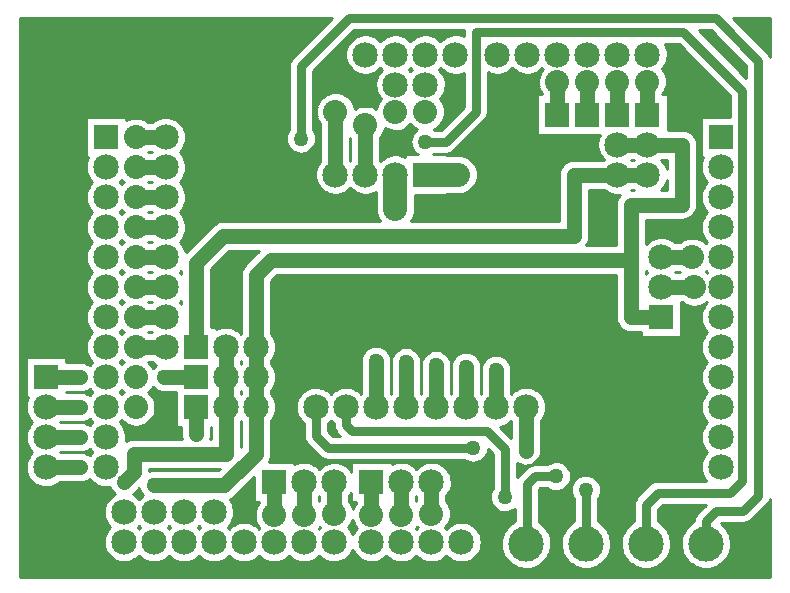
<source format=gtl>
%FSLAX44Y44*%
%MOMM*%
G71*
G01*
G75*
G04 Layer_Physical_Order=1*
G04 Layer_Color=255*
%ADD10C,0.2540*%
%ADD11C,1.2700*%
%ADD12C,0.7620*%
%ADD13C,2.0320*%
%ADD14C,2.1590*%
%ADD15R,2.1590X2.1590*%
%ADD16C,3.0000*%
%ADD17R,2.1590X2.1590*%
%ADD18C,1.2700*%
%ADD19C,2.0320*%
D10*
X1364869Y941286D02*
X1363856Y943667D01*
X1362274Y945714D01*
X1364869Y941286D02*
X1363856Y943667D01*
X1362274Y945714D01*
X1308313Y856615D02*
X1307257Y854301D01*
X1306555Y851856D01*
X1306223Y849334D01*
X1306267Y846791D01*
X1306687Y844282D01*
X1307474Y841863D01*
X1308610Y839587D01*
X1310070Y837504D01*
X1311822Y835660D01*
X1273455Y931713D02*
X1275128Y933738D01*
X1276472Y935996D01*
X1277455Y938432D01*
X1278054Y940991D01*
X1278255Y943610D01*
Y943610D02*
X1278096Y945939D01*
X1277622Y948225D01*
X1276842Y950426D01*
X1275770Y952500D01*
X1277620Y920750D02*
X1277446Y923139D01*
X1276928Y925478D01*
X1276078Y927718D01*
X1274912Y929811D01*
X1273455Y931713D01*
X1273810Y910201D02*
X1275146Y912057D01*
X1276213Y914080D01*
X1276989Y916231D01*
X1277462Y918468D01*
X1277620Y920750D01*
X1303020Y867410D02*
X1302776Y869888D01*
X1302053Y872270D01*
X1300880Y874466D01*
X1299300Y876390D01*
X1297376Y877970D01*
X1295180Y879143D01*
X1292798Y879866D01*
X1290320Y880110D01*
X1303020Y867410D02*
X1302776Y869888D01*
X1302053Y872270D01*
X1300880Y874466D01*
X1299300Y876390D01*
X1297376Y877970D01*
X1295180Y879143D01*
X1292798Y879866D01*
X1290320Y880110D01*
X1220683Y875665D02*
X1219627Y873351D01*
X1218925Y870906D01*
X1218593Y868384D01*
X1218637Y865841D01*
X1219057Y863332D01*
X1219844Y860913D01*
X1220980Y858637D01*
X1222440Y856554D01*
X1224192Y854710D01*
X1311822Y835660D02*
X1310036Y833774D01*
X1308554Y831640D01*
X1307413Y829306D01*
X1306637Y826827D01*
X1306244Y824259D01*
Y821661D01*
X1306637Y819093D01*
X1307413Y816614D01*
X1308554Y814280D01*
X1310036Y812146D01*
X1311822Y810260D01*
X1290320Y803910D02*
X1292798Y804154D01*
X1295180Y804877D01*
X1297376Y806050D01*
X1299300Y807630D01*
X1300880Y809554D01*
X1302053Y811750D01*
X1302776Y814132D01*
X1303020Y816610D01*
X1290320Y803910D02*
X1292798Y804154D01*
X1295180Y804877D01*
X1297376Y806050D01*
X1299300Y807630D01*
X1300880Y809554D01*
X1302053Y811750D01*
X1302776Y814132D01*
X1303020Y816610D01*
X1311822Y784860D02*
X1310832Y783886D01*
Y760434D02*
X1311822Y759460D01*
X1311443Y759105D02*
X1310362Y759986D01*
X1311822Y810260D02*
X1310036Y808374D01*
X1308554Y806240D01*
X1307413Y803906D01*
X1306637Y801427D01*
X1306244Y798859D01*
Y796261D01*
X1306637Y793693D01*
X1307413Y791214D01*
X1308554Y788880D01*
X1310036Y786746D01*
X1311822Y784860D01*
X1310832Y783886D02*
X1308984Y785466D01*
X1306923Y786757D01*
X1304696Y787732D01*
X1302349Y788369D01*
X1299934Y788654D01*
X1297504Y788582D01*
X1295110Y788153D01*
X1292806Y787377D01*
X1290640Y786272D01*
X1288661Y784860D01*
X1289931Y734060D02*
X1292056Y732561D01*
X1294391Y731414D01*
X1296876Y730648D01*
X1299451Y730282D01*
X1302052Y730325D01*
X1304613Y730776D01*
X1307072Y731623D01*
X1309368Y732846D01*
X1311443Y734415D01*
X1311822Y734060D02*
X1310036Y732174D01*
X1308554Y730040D01*
X1307413Y727706D01*
X1306637Y725227D01*
X1306244Y722659D01*
Y720061D01*
X1306637Y717493D01*
X1307413Y715014D01*
X1308554Y712680D01*
X1310036Y710546D01*
X1311822Y708660D01*
X1277620Y846633D02*
X1276811Y848896D01*
X1275694Y851024D01*
X1274290Y852975D01*
X1272628Y854710D01*
Y829310D02*
X1274290Y831045D01*
X1275694Y832996D01*
X1276811Y835124D01*
X1277620Y837387D01*
X1237577Y824967D02*
X1236238Y823125D01*
X1235250Y821073D01*
X1234644Y818878D01*
X1234440Y816610D01*
X1237577Y824967D02*
X1236238Y823125D01*
X1235250Y821073D01*
X1234644Y818878D01*
X1234440Y816610D01*
X1224192Y829310D02*
X1226091Y827818D01*
X1228180Y826607D01*
X1230418Y825702D01*
X1232762Y825120D01*
X1235164Y824874D01*
X1237577Y824967D01*
X1284058Y784860D02*
X1282133Y786370D01*
X1280013Y787590D01*
X1277741Y788497D01*
X1275363Y789071D01*
X1272928Y789301D01*
X1270485Y789181D01*
X1268083Y788716D01*
X1265772Y787913D01*
X1263599Y786789D01*
X1261608Y785368D01*
X1259840Y783678D01*
Y760642D02*
X1261022Y759460D01*
X1259840Y758278D01*
X1234440Y721360D02*
X1234684Y718882D01*
X1235407Y716500D01*
X1236580Y714304D01*
X1238160Y712380D01*
X1240084Y710800D01*
X1242280Y709627D01*
X1244662Y708904D01*
X1247140Y708660D01*
X1234440Y721360D02*
X1234684Y718882D01*
X1235407Y716500D01*
X1236580Y714304D01*
X1238160Y712380D01*
X1240084Y710800D01*
X1242280Y709627D01*
X1244662Y708904D01*
X1247140Y708660D01*
X1172565Y931713D02*
X1170996Y929638D01*
X1169773Y927342D01*
X1168926Y924883D01*
X1168475Y922322D01*
X1168432Y919721D01*
X1168798Y917146D01*
X1169564Y914660D01*
X1170711Y912326D01*
X1172210Y910201D01*
X1146810Y932092D02*
X1148696Y930306D01*
X1150830Y928824D01*
X1153164Y927683D01*
X1155643Y926907D01*
X1158211Y926514D01*
X1160809D01*
X1163377Y926907D01*
X1165856Y927683D01*
X1168190Y928824D01*
X1170324Y930306D01*
X1172210Y932092D01*
X1105631Y964057D02*
X1105535Y962660D01*
X1105631Y964057D02*
X1105535Y962660D01*
X1125855Y928583D02*
X1128169Y927527D01*
X1130614Y926825D01*
X1133136Y926493D01*
X1135679Y926537D01*
X1138188Y926957D01*
X1140607Y927744D01*
X1142883Y928880D01*
X1144966Y930340D01*
X1146810Y932092D01*
X1122879Y888166D02*
X1124494Y890270D01*
X1125509Y892720D01*
X1125855Y895350D01*
X1122879Y888166D02*
X1124494Y890270D01*
X1125509Y892720D01*
X1125855Y895350D01*
X1105535Y959268D02*
X1103006Y960166D01*
X1100367Y960658D01*
X1097684Y960733D01*
X1095022Y960388D01*
X1092446Y959632D01*
X1090020Y958483D01*
X1087803Y956969D01*
X1085850Y955128D01*
X1084668Y930910D02*
X1085850Y932092D01*
Y955128D02*
X1083964Y956914D01*
X1081830Y958396D01*
X1079496Y959537D01*
X1077017Y960313D01*
X1074449Y960706D01*
X1071851D01*
X1069283Y960313D01*
X1066804Y959537D01*
X1064470Y958396D01*
X1062336Y956914D01*
X1060450Y955128D01*
X1059268Y930910D02*
X1060450Y932092D01*
X1061632Y930910D01*
X1060450Y929728D01*
X1059268Y930910D01*
X1060450Y955128D02*
X1058564Y956914D01*
X1056430Y958396D01*
X1054096Y959537D01*
X1051617Y960313D01*
X1049049Y960706D01*
X1046451D01*
X1043883Y960313D01*
X1041404Y959537D01*
X1039070Y958396D01*
X1036936Y956914D01*
X1035050Y955128D01*
Y932092D02*
X1036232Y930910D01*
X1085850Y932092D02*
X1087803Y930251D01*
X1090020Y928737D01*
X1092446Y927588D01*
X1095022Y926832D01*
X1097684Y926487D01*
X1100367Y926562D01*
X1103006Y927054D01*
X1105535Y927952D01*
X1090295Y918210D02*
X1090130Y920586D01*
X1089637Y922916D01*
X1088825Y925155D01*
X1087711Y927261D01*
X1086317Y929191D01*
X1084668Y930910D01*
X1085495Y906313D02*
X1087168Y908338D01*
X1088512Y910596D01*
X1089494Y913033D01*
X1090094Y915591D01*
X1090295Y918210D01*
X1089660Y895350D02*
X1089486Y897739D01*
X1088968Y900078D01*
X1088118Y902318D01*
X1086952Y904411D01*
X1085495Y906313D01*
X1080281Y880459D02*
X1082570Y881791D01*
X1084617Y883472D01*
X1086369Y885459D01*
X1087781Y887700D01*
X1088816Y890138D01*
X1089448Y892710D01*
X1089660Y895350D01*
X1035405Y906313D02*
X1033946Y904407D01*
X1032778Y902309D01*
X1031928Y900065D01*
X1031411Y897721D01*
X1060450Y884801D02*
X1062091Y883091D01*
X1063961Y881634D01*
X1066019Y880459D01*
X1038689Y881549D02*
X1041034Y880267D01*
X1043556Y879381D01*
X1046188Y878914D01*
X1048860Y878877D01*
X1051504Y879272D01*
X1054049Y880089D01*
X1056429Y881305D01*
X1058581Y882890D01*
X1060450Y884801D01*
X1066019Y880459D02*
X1064082Y878842D01*
X1062503Y876873D01*
X1061344Y874631D01*
X1060651Y872204D01*
X1060453Y869688D01*
X1060755Y867182D01*
X1061548Y864785D01*
X1062798Y862593D01*
X1064457Y860691D01*
X1066460Y859155D01*
X1035050Y873371D02*
X1036374Y875208D01*
X1037434Y877208D01*
X1038211Y879335D01*
X1038689Y881549D01*
X1198880Y854710D02*
X1196402Y854466D01*
X1194020Y853743D01*
X1191824Y852570D01*
X1189900Y850990D01*
X1188320Y849066D01*
X1187147Y846870D01*
X1186424Y844488D01*
X1186180Y842010D01*
X1198880Y854710D02*
X1196402Y854466D01*
X1194020Y853743D01*
X1191824Y852570D01*
X1189900Y850990D01*
X1188320Y849066D01*
X1187147Y846870D01*
X1186424Y844488D01*
X1186180Y842010D01*
X1117600D02*
X1117397Y844593D01*
X1116792Y847112D01*
X1115800Y849505D01*
X1114447Y851714D01*
X1112764Y853684D01*
X1110794Y855367D01*
X1108585Y856721D01*
X1106192Y857712D01*
X1103673Y858317D01*
X1101090Y858520D01*
X1117600Y842010D02*
X1117397Y844593D01*
X1116792Y847112D01*
X1115800Y849505D01*
X1114447Y851714D01*
X1112764Y853684D01*
X1110794Y855367D01*
X1108585Y856721D01*
X1106192Y857712D01*
X1103673Y858317D01*
X1101090Y858520D01*
X1090295Y859790D02*
X1092925Y860136D01*
X1095375Y861151D01*
X1097479Y862766D01*
X1090295Y859790D02*
X1092925Y860136D01*
X1095375Y861151D01*
X1097479Y862766D01*
X1209040Y782320D02*
X1210429Y784657D01*
X1211289Y787237D01*
X1211580Y789940D01*
X1209040Y782320D02*
X1210429Y784657D01*
X1211289Y787237D01*
X1211580Y789940D01*
X1101090Y825500D02*
X1103673Y825703D01*
X1106192Y826308D01*
X1108585Y827299D01*
X1110794Y828653D01*
X1112764Y830336D01*
X1114447Y832306D01*
X1115800Y834515D01*
X1116792Y836908D01*
X1117397Y839427D01*
X1117600Y842010D01*
X1101090Y825500D02*
X1103673Y825703D01*
X1106192Y826308D01*
X1108585Y827299D01*
X1110794Y828653D01*
X1112764Y830336D01*
X1114447Y832306D01*
X1115800Y834515D01*
X1116792Y836908D01*
X1117397Y839427D01*
X1117600Y842010D01*
X1079840Y859155D02*
X1080770Y859790D01*
X1056005Y857037D02*
X1053691Y858093D01*
X1051246Y858795D01*
X1048724Y859127D01*
X1046181Y859083D01*
X1043672Y858663D01*
X1041253Y857876D01*
X1038977Y856740D01*
X1036894Y855280D01*
X1035050Y853528D01*
X1060764Y802640D02*
X1062261Y804926D01*
X1063361Y807428D01*
X1064034Y810077D01*
X1064260Y812800D01*
X1060764Y802640D02*
X1062261Y804926D01*
X1063361Y807428D01*
X1064034Y810077D01*
X1064260Y812800D01*
X1031240D02*
X1031466Y810077D01*
X1032139Y807428D01*
X1033239Y804926D01*
X1034736Y802640D01*
X1311822Y708660D02*
X1310036Y706774D01*
X1308554Y704640D01*
X1307413Y702306D01*
X1306637Y699827D01*
X1306244Y697259D01*
Y694661D01*
X1306637Y692093D01*
X1307413Y689614D01*
X1308554Y687280D01*
X1310036Y685146D01*
X1311822Y683260D01*
X1311822Y683260D02*
X1310036Y681374D01*
X1308554Y679240D01*
X1307413Y676906D01*
X1306637Y674427D01*
X1306244Y671859D01*
Y669261D01*
X1306637Y666693D01*
X1307413Y664214D01*
X1308554Y661880D01*
X1310036Y659746D01*
X1311822Y657860D01*
X1311822Y657860D02*
X1310036Y655974D01*
X1308554Y653840D01*
X1307413Y651506D01*
X1306637Y649027D01*
X1306244Y646459D01*
Y643861D01*
X1306637Y641293D01*
X1307413Y638814D01*
X1308554Y636480D01*
X1310036Y634346D01*
X1311822Y632460D01*
X1311822Y632460D02*
X1310036Y630574D01*
X1308554Y628440D01*
X1307413Y626106D01*
X1306637Y623627D01*
X1306244Y621059D01*
Y618461D01*
X1306637Y615893D01*
X1307413Y613414D01*
X1308554Y611080D01*
X1310036Y608946D01*
X1311822Y607060D01*
X1311822Y607060D02*
X1310139Y605300D01*
X1308722Y603319D01*
X1307600Y601157D01*
X1306796Y598858D01*
X1306325Y596469D01*
X1306198Y594037D01*
X1306417Y591611D01*
X1306977Y589241D01*
X1307868Y586974D01*
X1309070Y584856D01*
X1310561Y582930D01*
X1270000D02*
X1267370Y582584D01*
X1264920Y581569D01*
X1262816Y579954D01*
X1270000Y582930D02*
X1267370Y582584D01*
X1264920Y581569D01*
X1262816Y579954D01*
X1362274Y563046D02*
X1363856Y565093D01*
X1364869Y567474D01*
X1362274Y563046D02*
X1363856Y565093D01*
X1364869Y567474D01*
X1252656Y569794D02*
X1251041Y567690D01*
X1250026Y565240D01*
X1249680Y562610D01*
X1252656Y569794D02*
X1251041Y567690D01*
X1250026Y565240D01*
X1249680Y562610D01*
X1219200Y567690D02*
X1220589Y570027D01*
X1221449Y572607D01*
X1221740Y575310D01*
X1221489Y577823D01*
X1220745Y580237D01*
X1219539Y582456D01*
X1217917Y584393D01*
X1215944Y585970D01*
X1213698Y587125D01*
X1211267Y587813D01*
X1208749Y588007D01*
X1206242Y587698D01*
X1203846Y586899D01*
X1201655Y585642D01*
X1199756Y583976D01*
X1198225Y581968D01*
X1197121Y579696D01*
X1196489Y577250D01*
X1196353Y574728D01*
X1196720Y572229D01*
X1197573Y569851D01*
X1198880Y567690D01*
X1196340Y586740D02*
X1196084Y589279D01*
X1195325Y591716D01*
X1194094Y593952D01*
X1192441Y595896D01*
X1190432Y597471D01*
X1188149Y598612D01*
X1185685Y599274D01*
X1183137Y599430D01*
X1180610Y599073D01*
X1178205Y598218D01*
X1176020Y596900D01*
Y576580D02*
X1178205Y575262D01*
X1180610Y574407D01*
X1183137Y574050D01*
X1185685Y574206D01*
X1188149Y574868D01*
X1190432Y576009D01*
X1192441Y577584D01*
X1194094Y579528D01*
X1195325Y581764D01*
X1196084Y584201D01*
X1196340Y586740D01*
X1342390Y547370D02*
X1345020Y547716D01*
X1347470Y548731D01*
X1349574Y550346D01*
X1342390Y547370D02*
X1345020Y547716D01*
X1347470Y548731D01*
X1349574Y550346D01*
X1331990Y529590D02*
X1331842Y532096D01*
X1331402Y534567D01*
X1330674Y536969D01*
X1329670Y539269D01*
X1328402Y541436D01*
X1326889Y543439D01*
X1325152Y545250D01*
X1323213Y546845D01*
X1303456Y555824D02*
X1301841Y553720D01*
X1300826Y551270D01*
X1300480Y548640D01*
X1303456Y555824D02*
X1301841Y553720D01*
X1300826Y551270D01*
X1300480Y548640D01*
Y548368D02*
X1298297Y547010D01*
X1296293Y545401D01*
X1294497Y543562D01*
X1292935Y541521D01*
X1291629Y539306D01*
X1290599Y536951D01*
X1289860Y534490D01*
X1289422Y531957D01*
X1289291Y529389D01*
X1289470Y526825D01*
X1289955Y524301D01*
X1290741Y521854D01*
X1291815Y519518D01*
X1293162Y517329D01*
X1294762Y515317D01*
X1296592Y513512D01*
X1298626Y511941D01*
X1300834Y510625D01*
X1303185Y509584D01*
X1305643Y508833D01*
X1308174Y508383D01*
X1310740Y508240D01*
X1313305Y508407D01*
X1315832Y508881D01*
X1318283Y509655D01*
X1320623Y510718D01*
X1322819Y512054D01*
X1324838Y513645D01*
X1326651Y515467D01*
X1328233Y517494D01*
X1329559Y519696D01*
X1330611Y522041D01*
X1331373Y524496D01*
X1331835Y527024D01*
X1331990Y529590D01*
X1281190Y529590D02*
X1281038Y532134D01*
X1280584Y534641D01*
X1279834Y537077D01*
X1278800Y539406D01*
X1277495Y541595D01*
X1275939Y543613D01*
X1274154Y545431D01*
X1272165Y547023D01*
X1270000Y548368D01*
X1230390Y529590D02*
X1230238Y532134D01*
X1229784Y534641D01*
X1229034Y537077D01*
X1228000Y539406D01*
X1226695Y541595D01*
X1225139Y543613D01*
X1223354Y545431D01*
X1221365Y547023D01*
X1219200Y548368D01*
X1249680D02*
X1247497Y547010D01*
X1245493Y545401D01*
X1243697Y543562D01*
X1242135Y541521D01*
X1240829Y539306D01*
X1239799Y536951D01*
X1239060Y534490D01*
X1238622Y531957D01*
X1238491Y529389D01*
X1238670Y526825D01*
X1239156Y524301D01*
X1239941Y521854D01*
X1241015Y519518D01*
X1242362Y517329D01*
X1243962Y515317D01*
X1245792Y513512D01*
X1247826Y511941D01*
X1250034Y510625D01*
X1252385Y509584D01*
X1254843Y508833D01*
X1257374Y508383D01*
X1259940Y508240D01*
X1262505Y508407D01*
X1265032Y508881D01*
X1267483Y509655D01*
X1269823Y510718D01*
X1272019Y512054D01*
X1274038Y513645D01*
X1275851Y515467D01*
X1277433Y517494D01*
X1278759Y519696D01*
X1279811Y522041D01*
X1280573Y524496D01*
X1281035Y527024D01*
X1281190Y529590D01*
X1198880Y548368D02*
X1196697Y547010D01*
X1194693Y545401D01*
X1192897Y543562D01*
X1191335Y541521D01*
X1190029Y539306D01*
X1188999Y536951D01*
X1188260Y534490D01*
X1187822Y531957D01*
X1187691Y529389D01*
X1187870Y526825D01*
X1188355Y524301D01*
X1189141Y521854D01*
X1190215Y519518D01*
X1191562Y517329D01*
X1193162Y515317D01*
X1194992Y513512D01*
X1197026Y511941D01*
X1199234Y510625D01*
X1201585Y509584D01*
X1204043Y508833D01*
X1206574Y508383D01*
X1209140Y508240D01*
X1211705Y508407D01*
X1214232Y508881D01*
X1216683Y509655D01*
X1219023Y510718D01*
X1221219Y512054D01*
X1223238Y513645D01*
X1225051Y515467D01*
X1226633Y517494D01*
X1227959Y519696D01*
X1229011Y522041D01*
X1229773Y524496D01*
X1230235Y527024D01*
X1230390Y529590D01*
X1170940Y633642D02*
X1172493Y635631D01*
X1173737Y637827D01*
X1174646Y640181D01*
X1175199Y642643D01*
X1175385Y645160D01*
X1175192Y647727D01*
X1174616Y650237D01*
X1173671Y652632D01*
X1172378Y654858D01*
X1170767Y656866D01*
X1168873Y658610D01*
X1166739Y660051D01*
X1164413Y661155D01*
X1161948Y661899D01*
X1159400Y662266D01*
X1156825Y662246D01*
X1154282Y661842D01*
X1151829Y661061D01*
X1149520Y659922D01*
X1147408Y658450D01*
X1145540Y656678D01*
Y676910D02*
X1145296Y679388D01*
X1144573Y681770D01*
X1143400Y683966D01*
X1141820Y685890D01*
X1139896Y687470D01*
X1137700Y688643D01*
X1135318Y689366D01*
X1132840Y689610D01*
X1130362Y689366D01*
X1127980Y688643D01*
X1125784Y687470D01*
X1123860Y685890D01*
X1122280Y683966D01*
X1121107Y681770D01*
X1120384Y679388D01*
X1120140Y676910D01*
X1145540D02*
X1145296Y679388D01*
X1144573Y681770D01*
X1143400Y683966D01*
X1141820Y685890D01*
X1139896Y687470D01*
X1137700Y688643D01*
X1135318Y689366D01*
X1132840Y689610D01*
X1130362Y689366D01*
X1127980Y688643D01*
X1125784Y687470D01*
X1123860Y685890D01*
X1122280Y683966D01*
X1121107Y681770D01*
X1120384Y679388D01*
X1120140Y676910D01*
X1136100Y628328D02*
X1138752Y629067D01*
X1141251Y630220D01*
X1143533Y631758D01*
X1145540Y633642D01*
X1150620Y598170D02*
X1152805Y596852D01*
X1155210Y595997D01*
X1157737Y595640D01*
X1160285Y595796D01*
X1162749Y596458D01*
X1165032Y597599D01*
X1167041Y599174D01*
X1168694Y601118D01*
X1169925Y603354D01*
X1170684Y605791D01*
X1170940Y608330D01*
X1150620Y598170D02*
X1152805Y596852D01*
X1155210Y595997D01*
X1157737Y595640D01*
X1160285Y595796D01*
X1162749Y596458D01*
X1165032Y597599D01*
X1167041Y599174D01*
X1168694Y601118D01*
X1169925Y603354D01*
X1170684Y605791D01*
X1170940Y608330D01*
X1094740Y680720D02*
X1094496Y683198D01*
X1093773Y685580D01*
X1092600Y687776D01*
X1091020Y689700D01*
X1089096Y691280D01*
X1086900Y692453D01*
X1084518Y693176D01*
X1082040Y693420D01*
X1079562Y693176D01*
X1077180Y692453D01*
X1074984Y691280D01*
X1073060Y689700D01*
X1071480Y687776D01*
X1070307Y685580D01*
X1069584Y683198D01*
X1069340Y680720D01*
X1120140Y679450D02*
X1119896Y681928D01*
X1119173Y684310D01*
X1118000Y686506D01*
X1116420Y688430D01*
X1114496Y690010D01*
X1112300Y691183D01*
X1109918Y691906D01*
X1107440Y692150D01*
X1104962Y691906D01*
X1102580Y691183D01*
X1100384Y690010D01*
X1098460Y688430D01*
X1096880Y686506D01*
X1095707Y684310D01*
X1094984Y681928D01*
X1094740Y679450D01*
Y680720D02*
X1094496Y683198D01*
X1093773Y685580D01*
X1092600Y687776D01*
X1091020Y689700D01*
X1089096Y691280D01*
X1086900Y692453D01*
X1084518Y693176D01*
X1082040Y693420D01*
X1079562Y693176D01*
X1077180Y692453D01*
X1074984Y691280D01*
X1073060Y689700D01*
X1071480Y687776D01*
X1070307Y685580D01*
X1069584Y683198D01*
X1069340Y680720D01*
X1120140Y679450D02*
X1119896Y681928D01*
X1119173Y684310D01*
X1118000Y686506D01*
X1116420Y688430D01*
X1114496Y690010D01*
X1112300Y691183D01*
X1109918Y691906D01*
X1107440Y692150D01*
X1104962Y691906D01*
X1102580Y691183D01*
X1100384Y690010D01*
X1098460Y688430D01*
X1096880Y686506D01*
X1095707Y684310D01*
X1094984Y681928D01*
X1094740Y679450D01*
X1069340Y683260D02*
X1069096Y685738D01*
X1068373Y688120D01*
X1067200Y690316D01*
X1065620Y692240D01*
X1063696Y693820D01*
X1061500Y694993D01*
X1059118Y695716D01*
X1056640Y695960D01*
X1054162Y695716D01*
X1051780Y694993D01*
X1049584Y693820D01*
X1047660Y692240D01*
X1046080Y690316D01*
X1044907Y688120D01*
X1044184Y685738D01*
X1043940Y683260D01*
X1069340D02*
X1069096Y685738D01*
X1068373Y688120D01*
X1067200Y690316D01*
X1065620Y692240D01*
X1063696Y693820D01*
X1061500Y694993D01*
X1059118Y695716D01*
X1056640Y695960D01*
X1054162Y695716D01*
X1051780Y694993D01*
X1049584Y693820D01*
X1047660Y692240D01*
X1046080Y690316D01*
X1044907Y688120D01*
X1044184Y685738D01*
X1043940Y683260D01*
X1106170Y600710D02*
X1108444Y599350D01*
X1110951Y598491D01*
X1113581Y598172D01*
X1116221Y598405D01*
X1118755Y599181D01*
X1121072Y600465D01*
X1123073Y602203D01*
X1124669Y604318D01*
X1125792Y606718D01*
X1126393Y609299D01*
X1095375Y581660D02*
X1095182Y584227D01*
X1094606Y586737D01*
X1093661Y589132D01*
X1092368Y591358D01*
X1090757Y593366D01*
X1088863Y595110D01*
X1086729Y596550D01*
X1084403Y597655D01*
X1081938Y598399D01*
X1079390Y598766D01*
X1076815Y598746D01*
X1074272Y598342D01*
X1071819Y597561D01*
X1069510Y596422D01*
X1067398Y594950D01*
X1065530Y593178D01*
X1063686Y594930D01*
X1061603Y596390D01*
X1059327Y597526D01*
X1056908Y598313D01*
X1054399Y598733D01*
X1051856Y598777D01*
X1049334Y598445D01*
X1046889Y597743D01*
X1044575Y596687D01*
X1165860Y596900D02*
X1163230Y596554D01*
X1160780Y595539D01*
X1158676Y593924D01*
X1165860Y596900D02*
X1163230Y596554D01*
X1160780Y595539D01*
X1158676Y593924D01*
X1151691Y586939D02*
X1150620Y585678D01*
X1151691Y586939D02*
X1150620Y585678D01*
X1130300Y576580D02*
X1129017Y574469D01*
X1128167Y572150D01*
X1127782Y569710D01*
X1127877Y567242D01*
X1128447Y564839D01*
X1129472Y562592D01*
X1130912Y560585D01*
X1132714Y558896D01*
X1134809Y557587D01*
X1137117Y556708D01*
X1139552Y556292D01*
X1142021Y556356D01*
X1144431Y556897D01*
X1146691Y557893D01*
X1148715Y559309D01*
X1179590Y529590D02*
X1179447Y532053D01*
X1179022Y534484D01*
X1178318Y536849D01*
X1177347Y539117D01*
X1176120Y541258D01*
X1174654Y543242D01*
X1172970Y545045D01*
X1171088Y546641D01*
X1169035Y548010D01*
X1148715Y548698D02*
X1146531Y547443D01*
X1144510Y545939D01*
X1142680Y544208D01*
X1141066Y542274D01*
X1139692Y540163D01*
X1138576Y537905D01*
X1137733Y535531D01*
X1137176Y533074D01*
X1136913Y530569D01*
X1136946Y528050D01*
X1137275Y525553D01*
X1137897Y523112D01*
X1138801Y520761D01*
X1139976Y518533D01*
X1141406Y516459D01*
X1143070Y514567D01*
X1144945Y512885D01*
X1147005Y511435D01*
X1149221Y510238D01*
X1151563Y509311D01*
X1153998Y508666D01*
X1156492Y508312D01*
X1159010Y508254D01*
X1161518Y508493D01*
X1163980Y509026D01*
X1166362Y509845D01*
X1168631Y510939D01*
X1170755Y512293D01*
X1172706Y513887D01*
X1174454Y515700D01*
X1175977Y517707D01*
X1177253Y519879D01*
X1178265Y522186D01*
X1178998Y524596D01*
X1179441Y527075D01*
X1179590Y529590D01*
X1090930Y570142D02*
X1092483Y572131D01*
X1093727Y574327D01*
X1094636Y576681D01*
X1095189Y579143D01*
X1095375Y581660D01*
X1094740Y554990D02*
X1094582Y557271D01*
X1094109Y559509D01*
X1093333Y561660D01*
X1092266Y563683D01*
X1090930Y565539D01*
X1120775Y530860D02*
X1120582Y533427D01*
X1120006Y535937D01*
X1119061Y538332D01*
X1117768Y540558D01*
X1116157Y542566D01*
X1114262Y544310D01*
X1112129Y545751D01*
X1109803Y546855D01*
X1107338Y547599D01*
X1104790Y547966D01*
X1102215Y547947D01*
X1099672Y547542D01*
X1097219Y546761D01*
X1094910Y545622D01*
X1092798Y544150D01*
X1090930Y542378D01*
X1089956Y543368D02*
X1091621Y545333D01*
X1092961Y547534D01*
X1093941Y549916D01*
X1094539Y552422D01*
X1094740Y554990D01*
X1066504Y543368D02*
X1065530Y542378D01*
X1090930D02*
X1089956Y543368D01*
X1065175Y542757D02*
X1066056Y543838D01*
X1090930Y519342D02*
X1092798Y517570D01*
X1094910Y516098D01*
X1097219Y514959D01*
X1099672Y514178D01*
X1102215Y513773D01*
X1104790Y513754D01*
X1107338Y514121D01*
X1109803Y514865D01*
X1112129Y515970D01*
X1114262Y517410D01*
X1116157Y519154D01*
X1117768Y521162D01*
X1119061Y523388D01*
X1120006Y525783D01*
X1120582Y528293D01*
X1120775Y530860D01*
X1065530Y519342D02*
X1067416Y517556D01*
X1069550Y516074D01*
X1071884Y514933D01*
X1074363Y514157D01*
X1076931Y513764D01*
X1079529D01*
X1082097Y514157D01*
X1084576Y514933D01*
X1086910Y516074D01*
X1089044Y517556D01*
X1090930Y519342D01*
X1040130Y519342D02*
X1042016Y517556D01*
X1044150Y516074D01*
X1046484Y514933D01*
X1048963Y514157D01*
X1051531Y513764D01*
X1054129D01*
X1056697Y514157D01*
X1059176Y514933D01*
X1061510Y516074D01*
X1063644Y517556D01*
X1065530Y519342D01*
X1035050Y955128D02*
X1033182Y956900D01*
X1031070Y958372D01*
X1028761Y959511D01*
X1026308Y960292D01*
X1023765Y960696D01*
X1021190Y960716D01*
X1018642Y960349D01*
X1016177Y959605D01*
X1013851Y958501D01*
X1011718Y957060D01*
X1009823Y955316D01*
X1008212Y953308D01*
X1006919Y951082D01*
X1005974Y948687D01*
X1005398Y946177D01*
X1005205Y943610D01*
X1005398Y941043D01*
X1005974Y938533D01*
X1006919Y936138D01*
X1008212Y933912D01*
X1009823Y931904D01*
X1011718Y930160D01*
X1013851Y928719D01*
X1016177Y927615D01*
X1018642Y926871D01*
X1021190Y926504D01*
X1023765Y926524D01*
X1026308Y926928D01*
X1028761Y927709D01*
X1031070Y928848D01*
X1033182Y930320D01*
X1035050Y932092D01*
X1036232Y930910D02*
X1034512Y929105D01*
X1033072Y927070D01*
X1031942Y924847D01*
X1031146Y922484D01*
X1030702Y920031D01*
X1030618Y917539D01*
X1030897Y915061D01*
X1031532Y912650D01*
X1032510Y910356D01*
X1033810Y908229D01*
X1035405Y906313D01*
X1031411Y897721D02*
X1029318Y898887D01*
X1027079Y899738D01*
X1024740Y900256D01*
X1022350Y900430D01*
X1019960Y900256D01*
X1017621Y899738D01*
X1015382Y898887D01*
X1013289Y897721D01*
X1012733Y900196D01*
X1011804Y902556D01*
X1010525Y904746D01*
X1008926Y906715D01*
X1007044Y908415D01*
X1004923Y909807D01*
X1002615Y910858D01*
X1000173Y911542D01*
X997654Y911845D01*
X995120Y911758D01*
X992628Y911284D01*
X990238Y910434D01*
X988007Y909228D01*
X985987Y907695D01*
X984225Y905870D01*
X982764Y903797D01*
X981638Y901524D01*
X980873Y899106D01*
X980487Y896599D01*
X980490Y894063D01*
X980882Y891557D01*
X981652Y889140D01*
X982784Y886870D01*
X984250Y884801D01*
X980440Y872490D02*
X980149Y875193D01*
X979289Y877773D01*
X977900Y880110D01*
X960556Y940761D02*
X958941Y938657D01*
X957926Y936207D01*
X957580Y933577D01*
X960556Y940761D02*
X958941Y938657D01*
X957926Y936207D01*
X957580Y933577D01*
Y880110D02*
X956273Y877949D01*
X955419Y875571D01*
X955053Y873072D01*
X955189Y870550D01*
X955821Y868104D01*
X956925Y865833D01*
X958456Y863824D01*
X960355Y862158D01*
X962546Y860901D01*
X964942Y860102D01*
X967449Y859793D01*
X969967Y859987D01*
X972398Y860675D01*
X974644Y861830D01*
X976617Y863407D01*
X978239Y865344D01*
X979445Y867563D01*
X980189Y869977D01*
X980440Y872490D01*
X1009650Y830492D02*
X1011557Y828688D01*
X1013717Y827197D01*
X1016080Y826053D01*
X1018589Y825283D01*
X1021187Y824904D01*
X1023812Y824927D01*
X1026402Y825351D01*
X1028898Y826165D01*
X1031240Y827350D01*
X984250Y853528D02*
X982675Y851506D01*
X981419Y849273D01*
X980510Y846877D01*
X979968Y844372D01*
X979806Y841815D01*
X980027Y839262D01*
X980625Y836770D01*
X981589Y834396D01*
X982895Y832191D01*
X984515Y830206D01*
X986413Y828485D01*
X988547Y827066D01*
X990868Y825980D01*
X993325Y825253D01*
X995863Y824900D01*
X998426Y824929D01*
X1000955Y825339D01*
X1003395Y826123D01*
X1005691Y827261D01*
X1007792Y828728D01*
X1009650Y830492D01*
X1031240Y812800D02*
X1031466Y810077D01*
X1032139Y807428D01*
X1033239Y804926D01*
X1034736Y802640D01*
X1043940Y684530D02*
X1043696Y687008D01*
X1042973Y689390D01*
X1041800Y691586D01*
X1040220Y693510D01*
X1038296Y695090D01*
X1036100Y696263D01*
X1033718Y696986D01*
X1031240Y697230D01*
X1028762Y696986D01*
X1026380Y696263D01*
X1024184Y695090D01*
X1022260Y693510D01*
X1020680Y691586D01*
X1019507Y689390D01*
X1018784Y687008D01*
X1018540Y684530D01*
X1043940D02*
X1043696Y687008D01*
X1042973Y689390D01*
X1041800Y691586D01*
X1040220Y693510D01*
X1038296Y695090D01*
X1036100Y696263D01*
X1033718Y696986D01*
X1031240Y697230D01*
X1028762Y696986D01*
X1026380Y696263D01*
X1024184Y695090D01*
X1022260Y693510D01*
X1020680Y691586D01*
X1019507Y689390D01*
X1018784Y687008D01*
X1018540Y684530D01*
X920673Y765914D02*
X919088Y763988D01*
X917910Y761789D01*
X917185Y759402D01*
X916940Y756920D01*
X920660Y765900D02*
X919080Y763976D01*
X917907Y761780D01*
X917184Y759398D01*
X916940Y756920D01*
X942340Y684442D02*
X943893Y686431D01*
X945137Y688627D01*
X946046Y690981D01*
X946599Y693443D01*
X946785Y695960D01*
X946599Y698477D01*
X946046Y700939D01*
X945137Y703293D01*
X943893Y705489D01*
X942340Y707478D01*
X916940D02*
X915096Y709230D01*
X913013Y710690D01*
X910737Y711826D01*
X908318Y712613D01*
X905809Y713033D01*
X903266Y713077D01*
X900744Y712745D01*
X898299Y712043D01*
X895985Y710987D01*
X864958Y861060D02*
X866607Y862779D01*
X868001Y864709D01*
X869115Y866815D01*
X869927Y869054D01*
X870420Y871384D01*
X870585Y873760D01*
X864958Y835660D02*
X866607Y837379D01*
X868001Y839309D01*
X869115Y841415D01*
X869927Y843654D01*
X870420Y845984D01*
X870585Y848360D01*
X870420Y850736D01*
X869927Y853066D01*
X869115Y855305D01*
X868001Y857411D01*
X866607Y859341D01*
X864958Y861060D01*
X870585Y873760D02*
X870407Y876224D01*
X869877Y878637D01*
X869005Y880948D01*
X867811Y883111D01*
X866318Y885079D01*
X864557Y886812D01*
X862566Y888274D01*
X860385Y889435D01*
X858061Y890271D01*
X855640Y890763D01*
X853173Y890903D01*
X850712Y890687D01*
X848308Y890119D01*
X846010Y889212D01*
X843867Y887983D01*
X841922Y886460D01*
X838589D02*
X836544Y887912D01*
X834301Y889037D01*
X831914Y889809D01*
X829438Y890211D01*
X826929Y890233D01*
X824447Y889874D01*
X822047Y889144D01*
X819785Y888058D01*
X815761Y837324D02*
X817491Y835660D01*
X814158D02*
X815761Y837324D01*
X901700Y802640D02*
X899222Y802396D01*
X896840Y801673D01*
X894644Y800500D01*
X892720Y798920D01*
X901700Y802640D02*
X899218Y802395D01*
X896831Y801670D01*
X894632Y800492D01*
X892706Y798907D01*
X817491Y835660D02*
X815761Y833996D01*
X870585Y822960D02*
X870420Y825336D01*
X869927Y827666D01*
X869115Y829905D01*
X868001Y832011D01*
X866607Y833941D01*
X864958Y835660D01*
X815761Y833996D02*
X814158Y835660D01*
X864958Y810260D02*
X866607Y811979D01*
X868001Y813909D01*
X869115Y816015D01*
X869927Y818254D01*
X870420Y820584D01*
X870585Y822960D01*
Y797560D02*
X870420Y799936D01*
X869927Y802266D01*
X869115Y804505D01*
X868001Y806611D01*
X866607Y808541D01*
X864958Y810260D01*
X815761Y811924D02*
X817491Y810260D01*
X815761Y808596D01*
X787613Y856615D02*
X786557Y854301D01*
X785855Y851856D01*
X785523Y849334D01*
X785567Y846791D01*
X785987Y844282D01*
X786774Y841863D01*
X787910Y839587D01*
X789370Y837504D01*
X791122Y835660D01*
X789336Y833774D01*
X787854Y831640D01*
X786713Y829306D01*
X785937Y826827D01*
X785544Y824259D01*
Y821661D01*
X785937Y819093D01*
X786713Y816614D01*
X787854Y814280D01*
X789336Y812146D01*
X791122Y810260D01*
X814158Y810260D02*
X815761Y811924D01*
Y808596D02*
X814158Y810260D01*
X791122D02*
X789336Y808374D01*
X787854Y806240D01*
X786713Y803906D01*
X785937Y801427D01*
X785544Y798859D01*
Y796261D01*
X785937Y793693D01*
X786713Y791214D01*
X787854Y788880D01*
X789336Y786746D01*
X791122Y784860D01*
X864958Y784860D02*
X866607Y786579D01*
X868001Y788509D01*
X869115Y790615D01*
X869927Y792854D01*
X870420Y795184D01*
X870585Y797560D01*
X870082Y776283D02*
X869293Y778689D01*
X868159Y780953D01*
X866703Y783025D01*
X864958Y784860D01*
X866140Y758278D02*
X864958Y759460D01*
X815761Y786524D02*
X817491Y784860D01*
X815761Y783196D01*
Y761124D02*
X817491Y759460D01*
X814158D02*
X815761Y761124D01*
X864958Y759460D02*
X866140Y760642D01*
X864958Y734060D02*
X866140Y735242D01*
X817491Y759460D02*
X815761Y757796D01*
Y735724D02*
X817491Y734060D01*
X866140Y732878D02*
X864958Y734060D01*
X817491D02*
X815761Y732396D01*
Y710324D02*
X817491Y708660D01*
X815761Y706996D01*
X841922Y683260D02*
X844995Y681039D01*
X814158Y683260D02*
X815761Y684924D01*
X817491Y683260D01*
X815761Y681596D01*
X814158Y683260D01*
Y784860D02*
X815761Y786524D01*
Y783196D02*
X814158Y784860D01*
X815761Y757796D02*
X814158Y759460D01*
X791122Y784860D02*
X789336Y782974D01*
X787854Y780840D01*
X786713Y778506D01*
X785937Y776027D01*
X785544Y773459D01*
Y770861D01*
X785937Y768293D01*
X786713Y765814D01*
X787854Y763480D01*
X789336Y761346D01*
X791122Y759460D01*
X814158Y734060D02*
X815761Y735724D01*
X791122Y759460D02*
X789336Y757574D01*
X787854Y755440D01*
X786713Y753106D01*
X785937Y750627D01*
X785544Y748059D01*
Y745461D01*
X785937Y742893D01*
X786713Y740414D01*
X787854Y738080D01*
X789336Y735946D01*
X791122Y734060D01*
X815761Y732396D02*
X814158Y734060D01*
Y708660D02*
X815761Y710324D01*
X791122Y734060D02*
X789336Y732174D01*
X787854Y730040D01*
X786713Y727706D01*
X785937Y725227D01*
X785544Y722659D01*
Y720061D01*
X785937Y717493D01*
X786713Y715014D01*
X787854Y712680D01*
X789336Y710546D01*
X791122Y708660D01*
X791122Y708660D02*
X789336Y706774D01*
X787854Y704640D01*
X786713Y702306D01*
X785937Y699827D01*
X785544Y697259D01*
Y694661D01*
X785937Y692093D01*
X786713Y689614D01*
X787854Y687280D01*
X789336Y685146D01*
X791122Y683260D01*
X815761Y706996D02*
X814158Y708660D01*
X791122Y683260D02*
X788773Y680642D01*
X786411Y682073D01*
X783795Y682960D01*
X781050Y683260D01*
X788773Y680642D02*
X786411Y682073D01*
X783795Y682960D01*
X781050Y683260D01*
X995680Y629920D02*
X996026Y627290D01*
X997041Y624840D01*
X998656Y622736D01*
X995680Y629920D02*
X996026Y627290D01*
X997041Y624840D01*
X998656Y622736D01*
X1018540Y656678D02*
X1016654Y658464D01*
X1014520Y659946D01*
X1012186Y661087D01*
X1009707Y661863D01*
X1007139Y662256D01*
X1004541D01*
X1001973Y661863D01*
X999494Y661087D01*
X997160Y659946D01*
X995026Y658464D01*
X993140Y656678D01*
Y633642D02*
X995680Y631350D01*
X990600D02*
X993140Y633642D01*
X1010285Y590640D02*
X1008861Y592625D01*
X1007169Y594386D01*
X1005244Y595890D01*
X1003124Y597104D01*
X1000854Y598006D01*
X998479Y598575D01*
X996046Y598801D01*
X993607Y598679D01*
X991209Y598212D01*
X988903Y597408D01*
X986733Y596286D01*
X984746Y594866D01*
X982980Y593178D01*
X970280Y621030D02*
X970626Y618400D01*
X971641Y615950D01*
X973256Y613846D01*
X983416Y603686D02*
X985520Y602071D01*
X987970Y601056D01*
X990600Y600710D01*
X983416Y603686D02*
X985520Y602071D01*
X987970Y601056D01*
X990600Y600710D01*
X993140Y656678D02*
X991339Y658395D01*
X989308Y659834D01*
X987090Y660963D01*
X984732Y661759D01*
X982284Y662206D01*
X979797Y662293D01*
X977323Y662019D01*
X974915Y661391D01*
X972624Y660420D01*
X970497Y659127D01*
X968580Y657541D01*
X966912Y655693D01*
X965530Y653624D01*
X964462Y651376D01*
X963730Y648997D01*
X963350Y646538D01*
X963331Y644049D01*
X963672Y641584D01*
X964366Y639194D01*
X965399Y636930D01*
X966749Y634839D01*
X968388Y632966D01*
X970280Y631350D01*
X946785Y670560D02*
X946599Y673077D01*
X946046Y675539D01*
X945137Y677893D01*
X943893Y680089D01*
X942340Y682078D01*
Y659042D02*
X943893Y661031D01*
X945137Y663227D01*
X946046Y665581D01*
X946599Y668043D01*
X946785Y670560D01*
Y645160D02*
X946599Y647677D01*
X946046Y650139D01*
X945137Y652493D01*
X943893Y654689D01*
X942340Y656678D01*
Y633642D02*
X943893Y635631D01*
X945137Y637827D01*
X946046Y640181D01*
X946599Y642643D01*
X946785Y645160D01*
X970280Y621030D02*
X970626Y618400D01*
X971641Y615950D01*
X973256Y613846D01*
X982980Y593178D02*
X981136Y594930D01*
X979053Y596390D01*
X976777Y597526D01*
X974358Y598313D01*
X971849Y598733D01*
X969306Y598777D01*
X966784Y598445D01*
X964339Y597743D01*
X962025Y596687D01*
X890955Y618490D02*
X891393Y620373D01*
X891540Y622300D01*
X940247Y598805D02*
X941395Y600982D01*
X942102Y603340D01*
X942340Y605790D01*
X940247Y598805D02*
X941395Y600982D01*
X942102Y603340D01*
X942340Y605790D01*
X890955Y618490D02*
X891393Y620373D01*
X891540Y622300D01*
X1014730Y564269D02*
X1012975Y561697D01*
X1011734Y558842D01*
X1011376Y549868D02*
X1012217Y547306D01*
X1013465Y544914D01*
X1015085Y542757D01*
X1011734Y558842D02*
X1010963Y561237D01*
X1009836Y563487D01*
X1008380Y565539D01*
X1007406Y543368D02*
X1009062Y545320D01*
X1010395Y547504D01*
X1011376Y549868D01*
X1015085Y542757D02*
X1013682Y541104D01*
X1012499Y539287D01*
X1011555Y537336D01*
X1010466Y539539D01*
X1009074Y541563D01*
X1007406Y543368D01*
X1008380Y570142D02*
X1010285Y572680D01*
X983954Y543368D02*
X982980Y542378D01*
X982625Y542757D02*
X983506Y543838D01*
X1011555Y524384D02*
X1012650Y522171D01*
X1014051Y520139D01*
X1015729Y518328D01*
X1017650Y516778D01*
X1019774Y515519D01*
X1022057Y514579D01*
X1024451Y513976D01*
X1026907Y513723D01*
X1029373Y513825D01*
X1031799Y514281D01*
X1034135Y515081D01*
X1036332Y516207D01*
X1038344Y517638D01*
X1040130Y519342D01*
X982980D02*
X984766Y517638D01*
X986778Y516207D01*
X988975Y515081D01*
X991311Y514281D01*
X993737Y513825D01*
X996203Y513723D01*
X998659Y513976D01*
X1001053Y514579D01*
X1003336Y515519D01*
X1005460Y516778D01*
X1007381Y518328D01*
X1009059Y520139D01*
X1010460Y522171D01*
X1011555Y524384D01*
X957580Y519342D02*
X959466Y517556D01*
X961600Y516074D01*
X963934Y514933D01*
X966413Y514157D01*
X968981Y513764D01*
X971579D01*
X974147Y514157D01*
X976626Y514933D01*
X978960Y516074D01*
X981094Y517556D01*
X982980Y519342D01*
X907298Y567180D02*
X909794Y568409D01*
X911964Y570153D01*
X907298Y567180D02*
X909787Y568404D01*
X911950Y570140D01*
X911225Y556260D02*
X911062Y558620D01*
X910575Y560936D01*
X909774Y563162D01*
X908675Y565257D01*
X907298Y567180D01*
X905598Y543560D02*
X907247Y545279D01*
X908642Y547209D01*
X909755Y549315D01*
X910566Y551554D01*
X911060Y553884D01*
X911225Y556260D01*
X932180Y519342D02*
X934066Y517556D01*
X936200Y516074D01*
X938534Y514933D01*
X941013Y514157D01*
X943581Y513764D01*
X946179D01*
X948747Y514157D01*
X951226Y514933D01*
X953560Y516074D01*
X955694Y517556D01*
X957580Y519342D01*
X932180Y564269D02*
X930681Y562144D01*
X929534Y559809D01*
X928768Y557324D01*
X928402Y554749D01*
X928445Y552148D01*
X928896Y549587D01*
X929743Y547128D01*
X930966Y544832D01*
X932535Y542757D01*
X932180Y542378D02*
X930294Y544164D01*
X928160Y545646D01*
X925826Y546787D01*
X923347Y547563D01*
X920779Y547956D01*
X918181D01*
X915613Y547563D01*
X913134Y546787D01*
X910800Y545646D01*
X908666Y544164D01*
X906780Y542378D01*
Y519342D02*
X908666Y517556D01*
X910800Y516074D01*
X913134Y514933D01*
X915613Y514157D01*
X918181Y513764D01*
X920779D01*
X923347Y514157D01*
X925826Y514933D01*
X928160Y516074D01*
X930294Y517556D01*
X932180Y519342D01*
X906780Y542378D02*
X905598Y543560D01*
X881380Y519342D02*
X883266Y517556D01*
X885400Y516074D01*
X887734Y514933D01*
X890213Y514157D01*
X892781Y513764D01*
X895379D01*
X897947Y514157D01*
X900426Y514933D01*
X902760Y516074D01*
X904894Y517556D01*
X906780Y519342D01*
X842411Y662433D02*
X844411Y660506D01*
X846781Y659060D01*
X849410Y658164D01*
X852170Y657860D01*
X842411Y662433D02*
X844411Y660506D01*
X846781Y659060D01*
X849410Y658164D01*
X852170Y657860D01*
X844995Y681039D02*
X842411Y678687D01*
X844995Y681039D02*
X842411Y678687D01*
X840708Y681148D01*
X838589Y683260D01*
Y657860D02*
X840708Y659973D01*
X842411Y662433D01*
X815761Y659524D02*
X817491Y657860D01*
X814158D02*
X815761Y659524D01*
X817491Y657860D02*
X815761Y656196D01*
X844550Y645160D02*
X844374Y647566D01*
X843848Y649921D01*
X842986Y652175D01*
X841804Y654278D01*
X840328Y656187D01*
X838589Y657860D01*
X815761Y634124D02*
X817555Y632407D01*
X819587Y630978D01*
X821811Y629870D01*
X824175Y629109D01*
X826627Y628711D01*
X829110Y628685D01*
X831570Y629032D01*
X833950Y629744D01*
X836196Y630805D01*
X838257Y632191D01*
X840087Y633871D01*
X841644Y635806D01*
X842894Y637952D01*
X843807Y640262D01*
X844363Y642683D01*
X844550Y645160D01*
X815761Y656196D02*
X814158Y657860D01*
Y632460D02*
X815761Y634124D01*
X866140Y622300D02*
X866287Y620373D01*
X866725Y618490D01*
X866140Y622300D02*
X866287Y620373D01*
X866725Y618490D01*
X819785Y619760D02*
X819620Y622136D01*
X819127Y624466D01*
X818315Y626705D01*
X817202Y628811D01*
X815807Y630741D01*
X814158Y632460D01*
X826770Y618490D02*
X824166Y618220D01*
X821673Y617422D01*
X819396Y616130D01*
X826770Y618490D02*
X824166Y618220D01*
X821673Y617422D01*
X819396Y616130D01*
X819396D02*
X819785Y619760D01*
X781050Y657860D02*
X783795Y658160D01*
X786411Y659047D01*
X788773Y660478D01*
X791122Y657860D01*
X788773Y655242D01*
X781050Y657860D02*
X783795Y658160D01*
X786411Y659047D01*
X788773Y660478D01*
Y655242D02*
X786411Y656673D01*
X783795Y657560D01*
X781050Y657860D01*
X788773Y655242D02*
X786411Y656673D01*
X783795Y657560D01*
X781050Y657860D01*
X788773Y635078D02*
X791122Y632460D01*
X781050D02*
X783795Y632760D01*
X786411Y633647D01*
X788773Y635078D01*
X781050Y632460D02*
X783795Y632760D01*
X786411Y633647D01*
X788773Y635078D01*
X736813Y653415D02*
X735757Y651101D01*
X735055Y648656D01*
X734723Y646134D01*
X734767Y643591D01*
X735187Y641082D01*
X735974Y638663D01*
X737110Y636387D01*
X738570Y634304D01*
X740322Y632460D01*
X791122D02*
X788773Y629842D01*
Y609678D02*
X791122Y607060D01*
X788773Y629842D02*
X786411Y631273D01*
X783795Y632160D01*
X781050Y632460D01*
X788773Y629842D02*
X786411Y631273D01*
X783795Y632160D01*
X781050Y632460D01*
Y607060D02*
X783795Y607360D01*
X786411Y608247D01*
X788773Y609678D01*
X781050Y607060D02*
X783795Y607360D01*
X786411Y608247D01*
X788773Y609678D01*
X740322Y632460D02*
X738536Y630574D01*
X737054Y628440D01*
X735913Y626106D01*
X735137Y623627D01*
X734744Y621059D01*
Y618461D01*
X735137Y615893D01*
X735913Y613414D01*
X737054Y611080D01*
X738536Y608946D01*
X740322Y607060D01*
X791122Y607060D02*
X788773Y604442D01*
X786411Y605873D01*
X783795Y606760D01*
X781050Y607060D01*
X788773Y604442D02*
X786411Y605873D01*
X783795Y606760D01*
X781050Y607060D01*
X740322D02*
X738558Y605201D01*
X737090Y603101D01*
X735953Y600805D01*
X735169Y598365D01*
X734759Y595836D01*
X734730Y593273D01*
X735083Y590735D01*
X735810Y588278D01*
X736896Y585957D01*
X738315Y583823D01*
X740036Y581925D01*
X742021Y580305D01*
X744226Y578998D01*
X746600Y578035D01*
X749092Y577437D01*
X751645Y577216D01*
X754202Y577379D01*
X756707Y577920D01*
X759103Y578829D01*
X761336Y580085D01*
X763358Y581660D01*
X880198Y543560D02*
X881380Y544742D01*
X882562Y543560D01*
X881380Y542378D01*
X855980Y544742D02*
X857162Y543560D01*
X843280Y591820D02*
X841353Y591673D01*
X839470Y591235D01*
X854798Y543560D02*
X855980Y544742D01*
X843280Y591820D02*
X841353Y591673D01*
X839470Y591235D01*
X830824Y576643D02*
X831469Y574453D01*
X832495Y572414D01*
X833870Y570592D01*
X830824Y576643D02*
X831469Y574453D01*
X832495Y572414D01*
X833870Y570592D01*
X832136Y569289D01*
X830580Y567778D01*
Y544742D02*
X831762Y543560D01*
X825594Y571572D02*
X826874Y572693D01*
X825594Y571572D02*
X826860Y572680D01*
X829398Y543560D02*
X830580Y544742D01*
Y567778D02*
X828262Y569904D01*
X825594Y571572D01*
X881380Y542378D02*
X880198Y543560D01*
X857162D02*
X855980Y542378D01*
Y519342D02*
X857866Y517556D01*
X860000Y516074D01*
X862334Y514933D01*
X864813Y514157D01*
X867381Y513764D01*
X869979D01*
X872547Y514157D01*
X875026Y514933D01*
X877360Y516074D01*
X879494Y517556D01*
X881380Y519342D01*
X855980Y542378D02*
X854798Y543560D01*
X830580Y519342D02*
X832466Y517556D01*
X834600Y516074D01*
X836934Y514933D01*
X839413Y514157D01*
X841981Y513764D01*
X844579D01*
X847147Y514157D01*
X849626Y514933D01*
X851960Y516074D01*
X854094Y517556D01*
X855980Y519342D01*
X831762Y543560D02*
X830580Y542378D01*
X829398Y543560D01*
X805873Y577523D02*
X806905Y575270D01*
X808354Y573261D01*
X810166Y571571D01*
X805873Y577523D02*
X806905Y575270D01*
X808354Y573261D01*
X810166Y571571D01*
X788773Y584278D02*
X790333Y582423D01*
X792139Y580807D01*
X794155Y579462D01*
X796341Y578414D01*
X798652Y577685D01*
X801043Y577290D01*
X803466Y577235D01*
X805873Y577523D01*
X810166Y571571D02*
X807977Y570256D01*
X806008Y568629D01*
X804302Y566729D01*
X802898Y564595D01*
X801826Y562277D01*
X801110Y559826D01*
X800766Y557295D01*
X800802Y554742D01*
X801217Y552221D01*
X802002Y549791D01*
X803139Y547504D01*
X804603Y545412D01*
X806362Y543560D01*
X781050Y581660D02*
X783795Y581960D01*
X786411Y582847D01*
X788773Y584278D01*
X781050Y581660D02*
X783795Y581960D01*
X786411Y582847D01*
X788773Y584278D01*
X806362Y543560D02*
X804624Y541733D01*
X803172Y539670D01*
X802039Y537417D01*
X801248Y535023D01*
X800817Y532538D01*
X800756Y530016D01*
X801065Y527513D01*
X801738Y525083D01*
X802760Y522777D01*
X804109Y520646D01*
X805757Y518737D01*
X807666Y517089D01*
X809797Y515740D01*
X812103Y514718D01*
X814533Y514045D01*
X817036Y513736D01*
X819558Y513797D01*
X822043Y514228D01*
X824437Y515019D01*
X826691Y516152D01*
X828753Y517604D01*
X830580Y519342D01*
X1351280Y956708D02*
Y974217D01*
X1353820Y954168D02*
Y974217D01*
X1348740Y959248D02*
Y974217D01*
X1358900Y949088D02*
Y974217D01*
X1361440Y946548D02*
Y974217D01*
X1356360Y951628D02*
Y974217D01*
X1335168Y972820D02*
X1364869D01*
X1337708Y970280D02*
X1364869D01*
X1333771Y974217D02*
X1364869D01*
X1333771D02*
X1362274Y945714D01*
X1346200Y961788D02*
Y974217D01*
X1355488Y952500D02*
X1364869D01*
X1358028Y949960D02*
X1364869D01*
X1352948Y955040D02*
X1364869D01*
X1363021Y944880D02*
X1364869D01*
X1360568Y947420D02*
X1364869D01*
X1342788Y965200D02*
X1364869D01*
X1345328Y962660D02*
X1364869D01*
X1340248Y967740D02*
X1364869D01*
X1350408Y957580D02*
X1364869D01*
X1347868Y960120D02*
X1364869D01*
X1338580Y969408D02*
Y974217D01*
X1341120Y966868D02*
Y974217D01*
X1336040Y971948D02*
Y974217D01*
X1343660Y964328D02*
Y974217D01*
X1315720Y952898D02*
Y963532D01*
X1308100Y960518D02*
Y964057D01*
X1304561D02*
X1315195D01*
X1305560Y963058D02*
Y964057D01*
X1313180Y955438D02*
Y964057D01*
X1310640Y957978D02*
Y964057D01*
X1320800Y947818D02*
Y958452D01*
X1318658Y949960D02*
X1329292D01*
X1318260Y950358D02*
Y960992D01*
X1321198Y947420D02*
X1331832D01*
X1323340Y945278D02*
Y955912D01*
X1308498Y960120D02*
X1319132D01*
X1311038Y957580D02*
X1321672D01*
X1305958Y962660D02*
X1316592D01*
X1316118Y952500D02*
X1326752D01*
X1313578Y955040D02*
X1324212D01*
X1364869Y941286D02*
Y974217D01*
X1363980Y943449D02*
Y974217D01*
X1338580Y930038D02*
Y940672D01*
X1315195Y964057D02*
X1344930Y934322D01*
X1326278Y942340D02*
X1336912D01*
X1323738Y944880D02*
X1334372D01*
X1304561Y964057D02*
X1344930Y923688D01*
X1336040Y932578D02*
Y943212D01*
X1343660Y924958D02*
Y935592D01*
X1341518Y927100D02*
X1344930D01*
X1341120Y927498D02*
Y938132D01*
X1344930Y923688D02*
Y934322D01*
X1344058Y924560D02*
X1344930D01*
X1331358Y937260D02*
X1341992D01*
X1333898Y934720D02*
X1344532D01*
X1328818Y939800D02*
X1339452D01*
X1338978Y929640D02*
X1344930D01*
X1336438Y932180D02*
X1344930D01*
X1328420Y940198D02*
Y950832D01*
X1330960Y937658D02*
Y948292D01*
X1325880Y942738D02*
Y953372D01*
X1333500Y935118D02*
Y945752D01*
X1315720Y890905D02*
Y924162D01*
X1310640Y890905D02*
Y929242D01*
X1313180Y890905D02*
Y926702D01*
X1308100Y890905D02*
Y931782D01*
X1305560Y787400D02*
Y934322D01*
X1303020Y867410D02*
Y936862D01*
X1325880Y890905D02*
Y914002D01*
X1328420Y890905D02*
Y911462D01*
X1323340Y890905D02*
Y916542D01*
X1330960Y890905D02*
Y908922D01*
Y890905D02*
Y908922D01*
X1320800Y890905D02*
Y919082D01*
X1306195Y890905D02*
X1330960D01*
X1318260D02*
Y921622D01*
X1306195Y856615D02*
Y890905D01*
X1277571Y922020D02*
X1317862D01*
X1277571Y919480D02*
X1320402D01*
X1277174Y924560D02*
X1315322D01*
X1287382Y952500D02*
X1330960Y908922D01*
X1277174Y916940D02*
X1322942D01*
X1275022Y929640D02*
X1310242D01*
X1276350Y927100D02*
X1312782D01*
X1273889Y932180D02*
X1307702D01*
X1275022Y911860D02*
X1328022D01*
X1276350Y914400D02*
X1325482D01*
X1278255Y894080D02*
X1330960D01*
X1278255Y891540D02*
X1330960D01*
X1278255Y896620D02*
X1330960D01*
X1278255Y886460D02*
X1306195D01*
X1278255Y889000D02*
X1306195D01*
X1278255Y906780D02*
X1330960D01*
X1278255Y904240D02*
X1330960D01*
X1278255Y909320D02*
X1330562D01*
X1278255Y899160D02*
X1330960D01*
X1278255Y901700D02*
X1330960D01*
X1277826Y947420D02*
X1292462D01*
X1278208Y944880D02*
X1295002D01*
X1277620Y948233D02*
Y952500D01*
X1277826Y939800D02*
X1300082D01*
X1278208Y942340D02*
X1297542D01*
X1275770Y952500D02*
X1287382D01*
X1277036Y949960D02*
X1289922D01*
X1275770Y952500D02*
X1287382D01*
X1277036Y937260D02*
X1302622D01*
X1275770Y934720D02*
X1305162D01*
X1277620Y920750D02*
Y938987D01*
X1278255Y883920D02*
X1306195D01*
X1277620Y909955D02*
Y920750D01*
X1275080Y929549D02*
Y933671D01*
X1273810Y909955D02*
X1278255D01*
X1275080D02*
Y911951D01*
X1295400Y879050D02*
Y944482D01*
X1295856Y878840D02*
X1306195D01*
X1292860Y879853D02*
Y947022D01*
X1300480Y875030D02*
Y939402D01*
X1297940Y877570D02*
Y941942D01*
X1290320Y880110D02*
Y949562D01*
X1278255Y881380D02*
X1306195D01*
X1278255Y880110D02*
X1290320D01*
X1303020Y863600D02*
X1306195D01*
X1303020Y861060D02*
X1306195D01*
X1303020Y866140D02*
X1306195D01*
X1303020Y858520D02*
X1306195D01*
X1303020Y816610D02*
Y867410D01*
X1301319Y873760D02*
X1306195D01*
X1302435Y871220D02*
X1306195D01*
X1299390Y876300D02*
X1306195D01*
X1302956Y868680D02*
X1306195D01*
X1303020Y788224D02*
Y867410D01*
X1280160Y880110D02*
Y952500D01*
X1282700Y880110D02*
Y952500D01*
X1278255Y880110D02*
Y909955D01*
X1287780Y880110D02*
Y952102D01*
X1285240Y880110D02*
Y952500D01*
X1218565Y875665D02*
X1220683D01*
X1218565D02*
X1220683D01*
X1202055D02*
X1218565D01*
X1219200Y872033D02*
Y875665D01*
X1108473Y873760D02*
X1219784D01*
X1221740Y854710D02*
Y857471D01*
X1105933Y871220D02*
X1218994D01*
X1219200Y854710D02*
Y862787D01*
X1216660Y854710D02*
Y875665D01*
X1100853Y866140D02*
X1218612D01*
X1098313Y863600D02*
X1218994D01*
X1103393Y868680D02*
X1218612D01*
X1101090Y858520D02*
X1221050D01*
X1095214Y861060D02*
X1219784D01*
X1306195Y856615D02*
X1308313D01*
X1310640Y834478D02*
Y836842D01*
X1303020Y853440D02*
X1306965D01*
X1308100Y830815D02*
Y840506D01*
X1303020Y855980D02*
X1307981D01*
X1303020Y840740D02*
X1307981D01*
X1303020Y843280D02*
X1306965D01*
X1303020Y835660D02*
X1311822D01*
X1303020Y838200D02*
X1309530D01*
X1303020Y833120D02*
X1309530D01*
X1303020Y830580D02*
X1307981D01*
X1303020Y828040D02*
X1306965D01*
X1310640Y809078D02*
Y811442D01*
X1308100Y805415D02*
Y815106D01*
X1302435Y812800D02*
X1309530D01*
X1301319Y810260D02*
X1311822D01*
X1302956Y815340D02*
X1307981D01*
X1299390Y807720D02*
X1309530D01*
X1295856Y805180D02*
X1307981D01*
X1303020Y850900D02*
X1306384D01*
X1303020Y845820D02*
X1306384D01*
X1303020Y848360D02*
X1306195D01*
X1303020Y825500D02*
X1306384D01*
X1277620Y829310D02*
Y837387D01*
Y846633D02*
Y854710D01*
Y846633D02*
Y854710D01*
X1275770Y850900D02*
X1277620D01*
Y829310D02*
Y837387D01*
X1275770Y833120D02*
X1277620D01*
X1303020Y820420D02*
X1306384D01*
X1303020Y817880D02*
X1306965D01*
X1303020Y822960D02*
X1306195D01*
X1300480Y788621D02*
Y808990D01*
X1297940Y788621D02*
Y806450D01*
X1277620Y788535D02*
Y803910D01*
X1295400Y788224D02*
Y804970D01*
X1280160Y787519D02*
Y803910D01*
X1311029Y759460D02*
X1311822D01*
X1310640Y784074D02*
Y786042D01*
X1305560Y787400D02*
X1309530D01*
X1309759Y784860D02*
X1311822D01*
X1308100Y786072D02*
Y789706D01*
X1311029Y734060D02*
X1311822D01*
X1310640Y732878D02*
Y733746D01*
X1306830Y731520D02*
X1309530D01*
X1310640Y707478D02*
Y709842D01*
X1308100Y729214D02*
Y732114D01*
X1289685Y711200D02*
X1309530D01*
X1289685Y708660D02*
X1311822D01*
X1289685Y706120D02*
X1309530D01*
X1292860Y787400D02*
Y804167D01*
X1290320Y786072D02*
Y803910D01*
X1287780Y784860D02*
Y803910D01*
X1284058Y784860D02*
X1288661D01*
X1285240D02*
Y803910D01*
X1280394Y787400D02*
X1292860D01*
X1284058Y784860D02*
X1288661D01*
X1282700Y785970D02*
Y803910D01*
X1284058Y759460D02*
X1288661D01*
X1284058D02*
X1288661D01*
X1289685Y718820D02*
X1306384D01*
X1289685Y716280D02*
X1306965D01*
X1289685Y721360D02*
X1306195D01*
X1308100Y703814D02*
Y713505D01*
X1289685Y713740D02*
X1307981D01*
X1289685Y728980D02*
X1307981D01*
X1289685Y726440D02*
X1306965D01*
X1289685Y731520D02*
X1294130D01*
X1289685Y723900D02*
X1306384D01*
X1289685Y704215D02*
Y734060D01*
X1273889Y853440D02*
X1277620D01*
X1275080Y851949D02*
Y854710D01*
X1273889Y830580D02*
X1277620D01*
X1275080Y829310D02*
Y832071D01*
X1247228Y854710D02*
X1249592D01*
X1272628D02*
X1277620D01*
X1247228D02*
X1249592D01*
X1272628Y829310D02*
X1277620D01*
X1259840Y802640D02*
X1306965D01*
X1259840Y800100D02*
X1306384D01*
X1259840Y803910D02*
X1290320D01*
X1259840Y792480D02*
X1306965D01*
X1259840Y795020D02*
X1306384D01*
X1247228Y829310D02*
X1249592D01*
X1247228D02*
X1249592D01*
X1259840Y797560D02*
X1306195D01*
X1211580Y828040D02*
X1225771D01*
X1211580Y825500D02*
X1231087D01*
X1211580Y829310D02*
X1224192D01*
X1234440Y816610D02*
Y824912D01*
X1198880Y854710D02*
X1224192D01*
X1211580Y822960D02*
X1236142D01*
X1109889Y855980D02*
X1222931D01*
X1211580Y820420D02*
X1235025D01*
X1211580Y817880D02*
X1234504D01*
X1211580Y800100D02*
X1234440D01*
X1211580Y797560D02*
X1234440D01*
X1211580Y802640D02*
X1234440D01*
X1211580Y792480D02*
X1234440D01*
X1211580Y795020D02*
X1234440D01*
X1211580Y812800D02*
X1234440D01*
X1211580Y810260D02*
X1234440D01*
X1211580Y815340D02*
X1234440D01*
X1211580Y805180D02*
X1234440D01*
X1211580Y807720D02*
X1234440D01*
X1272540Y789305D02*
Y803910D01*
X1275080Y789116D02*
Y803910D01*
X1270000Y789116D02*
Y803910D01*
X1267460Y788535D02*
Y803910D01*
X1264920Y787519D02*
Y803910D01*
X1259840Y789940D02*
X1307981D01*
X1262380Y785970D02*
Y803910D01*
X1259840Y783678D02*
Y803910D01*
Y783678D02*
Y803910D01*
Y787400D02*
X1264686D01*
X1259840Y784860D02*
X1261022D01*
X1259840Y758278D02*
Y760642D01*
Y758278D02*
Y760642D01*
X1255395Y704215D02*
X1289685D01*
X1259840Y759460D02*
X1261022D01*
X1082040Y693420D02*
X1306384D01*
X1056640Y695960D02*
X1306195D01*
X1229360Y782320D02*
Y826084D01*
X1231900Y782320D02*
Y825294D01*
X1226820Y782320D02*
Y827350D01*
X1234440Y782320D02*
Y816610D01*
Y782320D02*
Y816610D01*
X1211580Y789940D02*
X1234440D01*
X1211323Y787400D02*
X1234440D01*
X1224280Y782320D02*
Y829231D01*
X1221740Y782320D02*
Y829310D01*
X1219200Y782320D02*
Y829310D01*
X1234440Y721360D02*
Y756920D01*
X1247140Y708660D02*
X1255395D01*
X1234440Y721360D02*
Y756920D01*
X1255395Y704215D02*
Y708660D01*
X1247140D02*
X1255395D01*
X1209040Y782320D02*
X1234440D01*
X1209040D02*
X1234440D01*
X1210520Y784860D02*
X1234440D01*
X1170940Y929549D02*
Y930831D01*
X1169449Y929640D02*
X1170998D01*
X1168400Y920750D02*
Y928950D01*
Y909955D02*
Y920750D01*
X1164133Y927100D02*
X1169670D01*
X1138733D02*
X1154887D01*
X1125855Y924560D02*
X1168846D01*
X1125855Y922020D02*
X1168449D01*
X1125855Y916940D02*
X1168846D01*
X1125855Y914400D02*
X1169670D01*
X1125855Y919480D02*
X1168449D01*
X1167765Y909955D02*
X1172210D01*
X1170940D02*
Y911951D01*
X1125855Y911860D02*
X1170998D01*
X1125855Y909320D02*
X1167765D01*
X1125855Y906780D02*
X1167765D01*
X1125855Y901700D02*
X1167765D01*
X1125855Y904240D02*
X1167765D01*
X1102360Y960326D02*
Y964057D01*
X1105535Y959268D02*
Y962660D01*
X1104900Y959536D02*
Y964057D01*
X1097280Y960708D02*
Y964057D01*
X1099820Y960708D02*
Y964057D01*
X1094740Y960326D02*
Y964057D01*
X1092200Y959536D02*
Y964057D01*
X1089660Y958270D02*
Y964057D01*
X1144049Y929640D02*
X1149571D01*
X1125855Y927100D02*
X1129487D01*
X1103173Y960120D02*
X1105535D01*
Y899558D02*
Y927952D01*
X1089866Y922020D02*
X1105535D01*
X1090248Y919480D02*
X1105535D01*
X1103173Y927100D02*
X1105535D01*
X1089866Y914400D02*
X1105535D01*
X1090248Y916940D02*
X1105535D01*
X1155700Y802640D02*
Y926894D01*
X1160780Y802640D02*
Y926512D01*
X1153160Y802640D02*
Y927684D01*
X1165860Y802640D02*
Y927684D01*
X1163320Y802640D02*
Y926894D01*
X1145540Y802640D02*
Y930831D01*
X1143000Y802640D02*
Y928950D01*
X1140460Y802640D02*
Y927684D01*
X1150620Y802640D02*
Y928950D01*
X1148080Y802640D02*
Y930831D01*
X1125855Y896620D02*
X1167765D01*
X1125775Y894080D02*
X1167765D01*
X1125855Y899160D02*
X1167765D01*
Y875665D02*
Y909955D01*
X1158240Y802640D02*
Y926512D01*
X1123626Y889000D02*
X1167765D01*
X1121173Y886460D02*
X1167765D01*
X1125114Y891540D02*
X1167765D01*
X1116093Y881380D02*
X1167765D01*
X1118633Y883920D02*
X1167765D01*
X1127760Y802640D02*
Y927684D01*
X1130300Y802640D02*
Y926894D01*
X1125855Y895350D02*
Y928583D01*
X1137920Y802640D02*
Y926894D01*
X1132840Y802640D02*
Y926512D01*
X1104900Y898923D02*
Y927684D01*
X1102360Y896383D02*
Y926894D01*
X1097280Y891303D02*
Y926512D01*
X1094740Y888763D02*
Y926894D01*
X1092200Y886223D02*
Y927684D01*
X1135380Y802640D02*
Y926512D01*
X1125220Y802640D02*
Y891814D01*
X1122680Y802640D02*
Y887967D01*
X1099820Y893843D02*
Y926512D01*
X1097479Y862766D02*
X1122879Y888166D01*
X1089660Y883683D02*
Y895350D01*
X1120140Y802640D02*
Y885427D01*
X1117600Y842010D02*
Y882887D01*
X1079500Y959536D02*
Y964057D01*
X1082040Y958270D02*
Y964057D01*
X1076960Y960326D02*
Y964057D01*
X1087120Y956389D02*
Y964057D01*
X1084580Y956389D02*
Y964057D01*
X1071880Y960708D02*
Y964057D01*
X1074420Y960708D02*
Y964057D01*
X1069340Y960326D02*
Y964057D01*
X1066800Y959536D02*
Y964057D01*
X1064260Y958270D02*
Y964057D01*
X1083089Y957580D02*
X1088611D01*
X1085929Y929640D02*
X1088611D01*
X1087120Y928149D02*
Y930831D01*
X1052373Y960120D02*
X1068527D01*
X1077773D02*
X1093927D01*
X1057689Y957580D02*
X1063211D01*
X1061720Y956389D02*
Y964057D01*
X1051560Y960326D02*
Y964057D01*
X1054100Y959536D02*
Y964057D01*
X1049020Y960708D02*
Y964057D01*
X1059180Y956389D02*
Y964057D01*
X1056640Y958270D02*
Y964057D01*
X1043940Y960326D02*
Y964057D01*
X1046480Y960708D02*
Y964057D01*
X1041400Y959536D02*
Y964057D01*
X1036320Y956389D02*
Y964057D01*
X1033780Y956389D02*
Y964057D01*
X1038860Y958270D02*
Y964057D01*
X1032289Y957580D02*
X1037811D01*
X1032289Y929640D02*
X1034971D01*
X1033780Y928149D02*
Y930831D01*
X1089076Y924560D02*
X1105535D01*
X1089076Y911860D02*
X1105535D01*
X1087810Y927100D02*
X1093927D01*
X1087810Y909320D02*
X1105535D01*
X1089660Y895350D02*
Y913587D01*
X1085929Y906780D02*
X1105535D01*
X1089214Y899160D02*
X1105137D01*
X1089611Y896620D02*
X1102597D01*
X1089611Y894080D02*
X1100057D01*
X1089214Y891540D02*
X1097517D01*
X1088390Y889000D02*
X1094977D01*
X1087062Y904240D02*
X1105535D01*
X1088390Y901700D02*
X1105535D01*
X1087062Y886460D02*
X1092437D01*
X1086087Y880110D02*
X1105535Y899558D01*
X1085064Y883920D02*
X1089897D01*
X1089660Y922833D02*
Y928950D01*
X1087120Y904149D02*
Y908271D01*
Y881143D02*
Y886551D01*
X1084580Y880110D02*
Y883436D01*
X1059664Y883920D02*
X1061236D01*
X1033780Y904149D02*
Y908271D01*
X1082040Y880110D02*
Y881438D01*
X1081949Y881380D02*
X1087357D01*
X1064260Y879020D02*
Y881438D01*
X1061720Y875486D02*
Y883436D01*
X1059180Y859155D02*
Y883436D01*
X1056549Y881380D02*
X1064351D01*
X1056640Y859155D02*
Y881438D01*
X1038860Y856670D02*
Y881438D01*
X1201420Y854710D02*
Y875665D01*
X1203960Y854710D02*
Y875665D01*
X1198880Y854710D02*
Y875665D01*
X1214120Y854710D02*
Y875665D01*
X1211580Y854710D02*
Y875665D01*
X1193165D02*
X1202055D01*
X1193165D02*
X1202055D01*
X1196340Y854453D02*
Y875665D01*
X1193800Y853650D02*
Y875665D01*
X1188720Y849630D02*
Y875665D01*
X1206500Y854710D02*
Y875665D01*
X1209040Y854710D02*
Y875665D01*
X1191260Y852170D02*
Y875665D01*
X1167765D02*
X1193165D01*
X1113004Y853440D02*
X1193344D01*
X1115002Y850900D02*
X1189810D01*
X1116330Y848360D02*
X1187881D01*
X1117154Y845820D02*
X1186765D01*
X1113553Y878840D02*
X1167765D01*
X1111013Y876300D02*
X1167765D01*
X1112520Y853924D02*
Y877807D01*
X1186180Y842010D02*
Y875665D01*
X1115060Y850809D02*
Y880347D01*
X1104900Y858074D02*
Y870187D01*
X1102360Y858471D02*
Y867647D01*
X1099820Y858520D02*
Y865107D01*
X1109980Y855922D02*
Y875267D01*
X1107440Y857250D02*
Y872727D01*
X1117551Y843280D02*
X1186244D01*
X1097280Y858520D02*
Y862572D01*
X1117551Y840740D02*
X1186180D01*
X1094740Y858520D02*
Y860814D01*
X1090295Y858520D02*
X1101090D01*
X1092200D02*
Y859970D01*
X1181100Y802640D02*
Y875665D01*
X1183640Y802640D02*
Y875665D01*
X1178560Y802640D02*
Y875665D01*
X1186180Y802640D02*
Y842010D01*
Y802640D02*
Y842010D01*
X1117154Y838200D02*
X1186180D01*
X1116330Y835660D02*
X1186180D01*
X1176020Y802640D02*
Y875665D01*
X1173480Y802640D02*
Y875665D01*
X1170940Y802640D02*
Y875665D01*
X1214120Y782320D02*
Y829310D01*
X1216660Y782320D02*
Y829310D01*
X1211580Y789940D02*
Y829310D01*
Y782320D02*
Y829310D01*
X1113004Y830580D02*
X1186180D01*
X1109889Y828040D02*
X1186180D01*
X1115002Y833120D02*
X1186180D01*
X1101090Y825500D02*
X1186180D01*
X1115060Y802640D02*
Y833211D01*
X1112520Y802640D02*
Y830096D01*
X1109980Y802640D02*
Y828098D01*
X1168400Y802640D02*
Y875665D01*
X1117600Y802640D02*
Y842010D01*
X1102360Y802640D02*
Y825549D01*
X1107440Y802640D02*
Y826770D01*
X1104900Y802640D02*
Y825946D01*
X1107440Y692150D02*
Y756920D01*
X1109980Y691893D02*
Y756920D01*
X1104900Y691893D02*
Y756920D01*
X1112520Y691090D02*
Y756920D01*
X1102360Y691090D02*
Y756920D01*
X1094740Y802640D02*
Y825500D01*
X1090295D02*
X1101090D01*
X1092200Y802640D02*
Y825500D01*
X1099820Y802640D02*
Y825500D01*
X1097280Y802640D02*
Y825500D01*
X1080770Y859790D02*
X1090295D01*
X1079840Y859155D02*
X1090295D01*
X1080770Y880110D02*
X1086087D01*
X1064260Y859155D02*
Y860880D01*
X1047750Y878840D02*
X1064080D01*
X1036996Y876300D02*
X1062151D01*
X1035050Y863600D02*
X1062151D01*
X1035050Y861060D02*
X1064080D01*
X1061720Y859155D02*
Y864414D01*
X1064260Y822960D02*
X1186180D01*
X1064260Y820420D02*
X1186180D01*
X1064260Y824865D02*
X1090295D01*
X1064260Y817880D02*
X1186180D01*
X1064260Y812800D02*
Y824865D01*
Y815340D02*
X1186180D01*
X1064260Y812800D02*
X1186180D01*
X1056005Y859155D02*
X1066460D01*
X1063459Y807720D02*
X1186180D01*
X1064063Y810260D02*
X1186180D01*
X1051560Y858726D02*
Y879286D01*
X1049020Y859108D02*
Y878889D01*
X1046480Y859108D02*
Y878889D01*
X1054100Y857936D02*
Y880110D01*
X1043940Y858726D02*
Y879286D01*
X1038059Y878840D02*
X1047750D01*
X1035364Y873760D02*
X1061035D01*
X1041400Y857936D02*
Y880110D01*
X1036320Y854789D02*
Y875121D01*
X1035050Y853528D02*
Y873371D01*
Y868680D02*
X1060514D01*
X1035050Y866140D02*
X1061035D01*
X1035050Y871220D02*
X1060514D01*
X1056005Y857037D02*
Y859155D01*
X1052373Y858520D02*
X1056005D01*
X1035050D02*
X1043127D01*
X1035050Y855980D02*
X1037811D01*
X1031240Y812800D02*
Y827350D01*
Y812800D02*
Y827350D01*
X1082040Y802640D02*
Y824865D01*
X1084580Y802640D02*
Y824865D01*
X1079500Y802640D02*
Y824865D01*
X1089660Y802640D02*
Y824865D01*
X1087120Y802640D02*
Y824865D01*
X1069340Y802640D02*
Y824865D01*
X1071880Y802640D02*
Y824865D01*
X1066800Y802640D02*
Y824865D01*
X1076960Y802640D02*
Y824865D01*
X1074420Y802640D02*
Y824865D01*
X1082040Y693420D02*
Y756920D01*
X1084580Y693163D02*
Y756920D01*
X1079500Y693163D02*
Y756920D01*
X1087120Y692360D02*
Y756920D01*
X1076960Y692360D02*
Y756920D01*
X1062396Y805180D02*
X1186180D01*
X1060764Y802640D02*
X1186180D01*
X1060764D02*
X1186180D01*
X1064260Y693420D02*
X1082040D01*
X1064260Y802640D02*
Y824865D01*
X1061720Y802640D02*
Y804001D01*
X1064260Y693420D02*
Y756920D01*
X1059180Y695703D02*
Y756920D01*
X1033780Y802640D02*
Y804001D01*
X1031240Y802640D02*
Y812800D01*
X1056640Y695960D02*
Y756920D01*
X1054100Y695703D02*
Y756920D01*
X1051560Y694900D02*
Y756920D01*
X1061720Y694900D02*
Y756920D01*
X1049020Y693420D02*
Y756920D01*
X1040310Y693420D02*
X1049020D01*
X1041400Y692150D02*
Y756920D01*
X1033780Y696973D02*
Y756920D01*
X1036320Y696170D02*
Y756920D01*
X1031240Y697230D02*
Y756920D01*
X1036776Y695960D02*
X1056640D01*
X1038860Y694690D02*
Y756920D01*
X1310640Y682078D02*
Y684442D01*
X1308100Y678415D02*
Y688105D01*
Y653015D02*
Y662706D01*
X1305560Y582930D02*
Y731051D01*
X1295400Y582930D02*
Y731051D01*
X1297940Y582930D02*
Y730446D01*
X1292860Y582930D02*
Y732114D01*
X1303020Y582930D02*
Y730446D01*
X1300480Y582930D02*
Y730250D01*
X1310640Y656678D02*
Y659042D01*
Y631278D02*
Y633642D01*
X1308100Y627615D02*
Y637305D01*
X1310640Y605878D02*
Y608242D01*
X1308100Y602215D02*
Y611906D01*
Y582930D02*
Y586506D01*
X1270000Y582930D02*
X1310561D01*
X1277620D02*
Y704215D01*
X1280160Y582930D02*
Y704215D01*
X1275080Y582930D02*
Y704215D01*
X1290320Y582930D02*
Y733746D01*
X1282700Y582930D02*
Y704215D01*
X1270000Y582930D02*
Y704215D01*
X1272540Y582930D02*
Y704215D01*
X1267460Y582607D02*
Y704215D01*
X1259840Y576978D02*
Y704215D01*
X1221740Y575310D02*
Y756920D01*
X1285240Y582930D02*
Y704215D01*
X1287780Y582930D02*
Y704215D01*
X1264920Y581569D02*
Y704215D01*
X1262380Y579518D02*
Y704215D01*
X1221155Y579120D02*
X1261982D01*
X1221676Y576580D02*
X1259442D01*
X1257300Y574438D02*
Y704215D01*
X1221676Y574040D02*
X1256902D01*
X1363021Y563880D02*
X1364869D01*
Y501015D02*
Y567474D01*
X1363980Y501015D02*
Y565311D01*
X1308100Y560468D02*
Y562610D01*
X1274208D02*
X1310242D01*
X1305560Y557928D02*
Y562610D01*
X1349574Y550346D02*
X1362274Y563046D01*
X1303456Y555824D02*
X1310242Y562610D01*
X1300480Y548640D02*
Y562610D01*
X1303020Y555360D02*
Y562610D01*
X1297940Y546752D02*
Y562610D01*
X1295400Y544542D02*
Y562610D01*
X1292860Y541409D02*
Y562610D01*
X1287780Y501015D02*
Y562610D01*
X1290320Y536141D02*
Y562610D01*
X1280160Y536141D02*
Y562610D01*
X1285240Y501015D02*
Y562610D01*
X1282700Y501015D02*
Y562610D01*
X1244600Y544542D02*
Y708917D01*
X1252220Y569330D02*
Y708660D01*
X1242060Y541409D02*
Y709720D01*
X1239520Y536141D02*
Y711200D01*
X1236980Y501015D02*
Y713740D01*
X1226820Y541409D02*
Y756920D01*
X1229360Y536141D02*
Y756920D01*
X1224280Y544542D02*
Y756920D01*
X1234440Y501015D02*
Y721360D01*
X1231900Y501015D02*
Y756920D01*
X1254760Y571898D02*
Y708660D01*
X1252656Y569794D02*
X1262816Y579954D01*
X1277620Y541409D02*
Y562610D01*
X1249680D02*
Y708660D01*
X1221155Y571500D02*
X1254362D01*
X1220039Y568960D02*
X1251909D01*
X1247140Y546752D02*
Y708660D01*
X1221740Y546752D02*
Y575310D01*
X1166095Y660400D02*
X1309530D01*
X1169758Y657860D02*
X1311822D01*
X1145540Y662940D02*
X1307981D01*
X1172050Y655320D02*
X1309530D01*
X1173599Y652780D02*
X1307981D01*
X1141910Y685800D02*
X1309530D01*
X1143839Y683260D02*
X1311822D01*
X1138376Y688340D02*
X1307981D01*
X1144955Y680720D02*
X1309530D01*
X1145476Y678180D02*
X1307981D01*
X1172050Y635000D02*
X1309530D01*
X1170940Y632460D02*
X1311822D01*
X1173599Y637540D02*
X1307981D01*
X1170940Y629920D02*
X1309530D01*
X1170940Y627380D02*
X1307981D01*
X1170940Y609600D02*
X1309530D01*
X1170876Y607060D02*
X1311822D01*
X1170940Y612140D02*
X1307981D01*
X1170355Y604520D02*
X1309530D01*
X1169239Y601980D02*
X1307981D01*
X1145540Y675640D02*
X1306965D01*
X1174615Y650240D02*
X1306965D01*
X1175196Y647700D02*
X1306384D01*
X1193800Y594360D02*
Y756920D01*
X1191260Y596900D02*
Y756920D01*
X1112976Y690880D02*
X1306965D01*
X1145540Y673100D02*
X1306384D01*
X1145540Y670560D02*
X1306195D01*
X1145540Y665480D02*
X1306965D01*
X1145540Y668020D02*
X1306384D01*
X1175196Y642620D02*
X1306384D01*
X1174615Y640080D02*
X1306965D01*
X1175385Y645160D02*
X1306195D01*
X1183640Y599440D02*
X1306965D01*
X1191260Y596900D02*
X1306384D01*
X1170940Y624840D02*
X1306965D01*
X1170940Y622300D02*
X1306384D01*
X1170940Y619760D02*
X1306195D01*
X1170940Y614680D02*
X1306965D01*
X1170940Y617220D02*
X1306384D01*
X1211580Y587753D02*
Y756920D01*
X1214120Y586950D02*
Y756920D01*
X1209040Y588010D02*
Y756920D01*
X1219200Y582930D02*
Y756920D01*
X1216660Y585470D02*
Y756920D01*
X1195280Y591820D02*
X1306384D01*
X1196083Y589280D02*
X1306965D01*
X1193800Y594360D02*
X1306195D01*
X1206500Y587753D02*
Y756920D01*
X1203960Y586950D02*
Y756920D01*
X1220039Y581660D02*
X1265081D01*
X1219200Y566420D02*
X1250421D01*
X1219200Y563880D02*
X1249760D01*
X1219200Y548368D02*
Y567690D01*
X1214576Y586740D02*
X1307981D01*
X1218110Y584200D02*
X1309530D01*
X1196340Y586740D02*
X1203504D01*
X1219200Y548368D02*
Y567690D01*
X1201420Y585470D02*
Y756920D01*
X1196083Y584200D02*
X1199970D01*
X1196340Y586740D02*
Y756920D01*
X1198880Y582930D02*
Y756920D01*
X1196340Y575310D02*
Y586740D01*
X1195280Y581660D02*
X1198042D01*
X1193800Y579120D02*
X1196925D01*
X1193800Y544542D02*
Y579120D01*
X1198880Y548368D02*
Y567690D01*
Y548368D02*
Y567690D01*
X1191260Y576580D02*
X1196404D01*
X1196340Y546752D02*
Y575310D01*
X1191260Y541409D02*
Y576580D01*
X1169035Y571500D02*
X1196925D01*
X1169035Y568960D02*
X1198042D01*
X1183640Y574040D02*
X1196404D01*
X1169035Y563880D02*
X1198880D01*
X1169035Y566420D02*
X1198880D01*
X1358028Y558800D02*
X1364869D01*
X1355488Y556260D02*
X1364869D01*
X1360568Y561340D02*
X1364869D01*
X1350408Y551180D02*
X1364869D01*
X1352948Y553720D02*
X1364869D01*
X1347309Y548640D02*
X1364869D01*
X1326785Y543560D02*
X1364869D01*
X1324177Y546100D02*
X1364869D01*
X1331952Y530860D02*
X1364869D01*
X1331952Y528320D02*
X1364869D01*
X1331647Y533400D02*
X1364869D01*
X1331024Y523240D02*
X1364869D01*
X1331647Y525780D02*
X1364869D01*
X1330051Y538480D02*
X1364869D01*
X1331024Y535940D02*
X1364869D01*
X1328673Y541020D02*
X1364869D01*
X1328673Y518160D02*
X1364869D01*
X1330051Y520700D02*
X1364869D01*
X1328420Y541409D02*
Y547370D01*
X1323738D02*
X1342390D01*
X1325880Y544542D02*
Y547370D01*
X1330960Y536141D02*
Y547370D01*
X1272938Y561340D02*
X1308972D01*
X1273377Y546100D02*
X1297103D01*
X1275080Y544542D02*
Y562610D01*
X1280224Y535940D02*
X1290256D01*
X1280847Y533400D02*
X1289633D01*
X1281152Y530860D02*
X1289328D01*
X1280847Y525780D02*
X1289633D01*
X1281152Y528320D02*
X1289328D01*
X1275985Y543560D02*
X1294495D01*
X1277873Y541020D02*
X1292607D01*
X1279251Y538480D02*
X1291229D01*
X1279251Y520700D02*
X1291229D01*
X1280224Y523240D02*
X1290256D01*
X1356360Y501015D02*
Y557132D01*
X1353820Y501015D02*
Y554592D01*
X1351280Y501015D02*
Y552052D01*
X1361440Y501015D02*
Y562212D01*
X1358900Y501015D02*
Y559672D01*
X1343660Y501015D02*
Y547450D01*
X1336040Y501015D02*
Y547370D01*
X1348740Y501015D02*
Y549599D01*
X1346200Y501015D02*
Y548111D01*
X1333500Y501015D02*
Y547370D01*
X1330960Y501015D02*
Y523039D01*
X1328420Y501015D02*
Y517771D01*
X1341120Y501015D02*
Y547370D01*
X1338580Y501015D02*
Y547370D01*
X1324177Y513080D02*
X1364869D01*
X1320280Y510540D02*
X1364869D01*
X1326785Y515620D02*
X1364869D01*
X1325880Y501015D02*
Y514638D01*
X1323340Y501015D02*
Y512428D01*
X1290320Y501015D02*
Y523039D01*
X1292860Y501015D02*
Y517771D01*
X1280160Y501015D02*
Y523039D01*
X1297940Y501015D02*
Y512428D01*
X1295400Y501015D02*
Y514638D01*
X1275985Y515620D02*
X1294495D01*
X1273377Y513080D02*
X1297103D01*
X1277873Y518160D02*
X1292607D01*
X1277620Y501015D02*
Y517771D01*
X1275080Y501015D02*
Y514638D01*
X1315720Y501015D02*
Y508853D01*
X1313180Y501015D02*
Y508392D01*
X1310640Y501015D02*
Y508240D01*
X1320800Y501015D02*
Y510812D01*
X1318260Y501015D02*
Y509646D01*
X1300480Y501015D02*
Y510812D01*
X1303020Y501015D02*
Y509646D01*
X1272540Y501015D02*
Y512428D01*
X1308100Y501015D02*
Y508392D01*
X1305560Y501015D02*
Y508853D01*
X1270000Y558402D02*
X1274208Y562610D01*
X1270398Y558800D02*
X1306432D01*
X1270000Y548368D02*
Y558402D01*
X1272540Y546752D02*
Y560942D01*
X1270000Y548368D02*
Y558402D01*
X1219200Y558800D02*
X1249680D01*
X1219200Y556260D02*
X1249680D01*
X1219200Y561340D02*
X1249680D01*
Y548368D02*
Y562610D01*
Y548368D02*
Y562610D01*
X1270000Y556260D02*
X1303892D01*
X1270000Y553720D02*
X1301841D01*
X1270000Y551180D02*
X1300803D01*
X1270000Y548640D02*
X1300480D01*
X1219200Y551180D02*
X1249680D01*
X1219200Y548640D02*
X1249680D01*
X1219200Y553720D02*
X1249680D01*
X1222577Y546100D02*
X1246303D01*
X1225185Y543560D02*
X1243695D01*
X1169035Y556260D02*
X1198880D01*
X1171777Y546100D02*
X1195503D01*
X1174385Y543560D02*
X1192895D01*
X1227073Y541020D02*
X1241807D01*
X1169035Y558800D02*
X1198880D01*
X1169035Y553720D02*
X1198880D01*
X1169035Y561340D02*
X1198880D01*
X1169035Y548640D02*
X1198880D01*
X1169035Y551180D02*
X1198880D01*
X1230047Y533400D02*
X1238833D01*
X1230352Y530860D02*
X1238528D01*
X1230352Y528320D02*
X1238528D01*
X1229424Y523240D02*
X1239456D01*
X1230047Y525780D02*
X1238833D01*
X1228451Y538480D02*
X1240429D01*
X1229424Y535940D02*
X1239456D01*
X1176273Y541020D02*
X1191007D01*
X1228451Y520700D02*
X1240429D01*
X1177651D02*
X1189629D01*
X1242060Y501015D02*
Y517771D01*
X1244600Y501015D02*
Y514638D01*
X1239520Y501015D02*
Y523039D01*
X1249680Y501015D02*
Y510812D01*
X1247140Y501015D02*
Y512428D01*
X1225185Y515620D02*
X1243695D01*
X1222577Y513080D02*
X1246303D01*
X1227073Y518160D02*
X1241807D01*
X1270000Y501015D02*
Y510812D01*
X1269480Y510540D02*
X1301001D01*
X1267460Y501015D02*
Y509646D01*
X1264920Y501015D02*
Y508853D01*
X1262380Y501015D02*
Y508392D01*
X1252220Y501015D02*
Y509646D01*
X1254760Y501015D02*
Y508853D01*
X1218680Y510540D02*
X1250201D01*
X1259840Y501015D02*
Y508240D01*
X1257300Y501015D02*
Y508392D01*
X1224280Y501015D02*
Y514638D01*
X1221740Y501015D02*
Y512428D01*
X1196340Y501015D02*
Y512428D01*
X1229360Y501015D02*
Y523039D01*
X1226820Y501015D02*
Y517771D01*
X1174385Y515620D02*
X1192895D01*
X1171777Y513080D02*
X1195503D01*
X1176273Y518160D02*
X1191007D01*
X1193800Y501015D02*
Y514638D01*
X1191260Y501015D02*
Y517771D01*
X1214120Y501015D02*
Y508853D01*
X1211580Y501015D02*
Y508392D01*
X1209040Y501015D02*
Y508240D01*
X1219200Y501015D02*
Y510812D01*
X1216660Y501015D02*
Y509646D01*
X1167879Y510540D02*
X1199400D01*
X1201420Y501015D02*
Y509646D01*
X1198880Y501015D02*
Y510812D01*
X1206500Y501015D02*
Y508392D01*
X1203960Y501015D02*
Y508853D01*
X1165860Y660519D02*
Y756920D01*
X1168400Y658970D02*
Y756920D01*
X1163320Y661535D02*
Y756920D01*
X1173480Y653015D02*
Y756920D01*
X1170940Y656678D02*
Y756920D01*
X1158240Y662305D02*
Y756920D01*
X1160780Y662116D02*
Y756920D01*
X1155700Y662116D02*
Y756920D01*
X1153160Y661535D02*
Y756920D01*
X1148080Y658970D02*
Y756920D01*
X1150620Y660519D02*
Y756920D01*
X1145540Y660400D02*
X1150386D01*
X1145540Y676910D02*
Y756920D01*
Y657860D02*
X1146722D01*
X1137048Y627380D02*
X1145540D01*
X1135380Y689353D02*
Y756920D01*
X1137920Y688550D02*
Y756920D01*
X1132840Y689610D02*
Y756920D01*
X1143000Y684530D02*
Y756920D01*
X1140460Y687070D02*
Y756920D01*
X1127760Y688550D02*
Y756920D01*
X1130300Y689353D02*
Y756920D01*
X1125220Y687070D02*
Y756920D01*
X1122680Y684530D02*
Y756920D01*
X1120140Y679450D02*
Y756920D01*
X1145540Y656678D02*
Y676910D01*
Y656678D02*
Y676910D01*
X1120140D02*
Y679450D01*
X1140695Y629920D02*
X1145540D01*
X1144358Y632460D02*
X1145540D01*
X1118438Y685800D02*
X1123770D01*
X1119555Y683260D02*
X1121842D01*
X1120140Y676910D02*
Y679450D01*
Y656678D02*
Y676910D01*
Y656678D02*
Y676910D01*
X1183640Y599440D02*
Y756920D01*
X1186180Y599183D02*
Y756920D01*
X1181100Y599183D02*
Y756920D01*
X1188720Y598380D02*
Y756920D01*
X1178560Y598380D02*
Y756920D01*
X1176020Y596900D02*
Y756920D01*
X1170940Y608330D02*
Y633642D01*
X1136100Y628328D02*
X1145540Y618888D01*
X1173480Y596900D02*
Y637305D01*
X1170940Y596900D02*
Y633642D01*
X1168400Y596900D02*
Y600710D01*
X1167310Y599440D02*
X1183640D01*
X1165860Y596900D02*
Y598170D01*
Y596900D02*
X1176020D01*
X1163776D02*
X1165860D01*
X1150620D02*
X1152704D01*
X1150620Y585678D02*
Y598170D01*
Y585678D02*
Y598170D01*
X1142128Y622300D02*
X1145540D01*
X1144668Y619760D02*
X1145540D01*
X1143000Y621428D02*
Y631350D01*
X1145540Y618888D02*
Y633642D01*
Y618888D02*
Y633642D01*
X1140460Y623968D02*
Y629801D01*
X1139588Y624840D02*
X1145540D01*
X1137920Y626508D02*
Y628785D01*
X1126393Y609299D02*
X1130300Y605392D01*
X1127760Y568960D02*
Y607932D01*
X1130300Y576580D02*
Y605392D01*
X1124789Y604520D02*
X1130300D01*
X1125905Y607060D02*
X1128632D01*
X1130300Y576580D02*
Y605392D01*
X1125220Y501015D02*
Y605334D01*
X1122860Y601980D02*
X1130300D01*
X1119326Y599440D02*
X1130300D01*
X1117600Y540799D02*
Y598755D01*
X1122680Y501015D02*
Y601800D01*
X1120140Y535483D02*
Y599871D01*
X1115060Y689610D02*
Y756920D01*
X1117600Y687070D02*
Y756920D01*
X1099820Y689610D02*
Y756920D01*
X1097280Y687070D02*
Y756920D01*
X1094740Y680720D02*
Y756920D01*
X1092200Y688340D02*
Y756920D01*
X1089660Y690880D02*
Y756920D01*
X1116510Y688340D02*
X1127304D01*
X1094740Y679450D02*
Y680720D01*
Y656678D02*
Y679450D01*
Y656678D02*
Y679450D01*
X1089660Y690880D02*
X1101904D01*
X1092200Y688340D02*
X1098370D01*
X1093680Y685800D02*
X1096441D01*
X1094483Y683260D02*
X1095325D01*
X1094740Y679450D02*
Y680720D01*
X1074420Y690880D02*
Y756920D01*
X1066800Y690880D02*
X1074420D01*
X1066800D02*
Y756920D01*
X1071880Y688340D02*
Y756920D01*
X1069340Y683260D02*
Y756920D01*
X1046480Y690880D02*
Y756920D01*
X1042238Y690880D02*
X1046480D01*
X1043940Y684530D02*
Y756920D01*
X1068280Y688340D02*
X1071880D01*
X1069083Y685800D02*
X1070400D01*
X1069340Y680720D02*
Y683260D01*
Y656678D02*
Y680720D01*
Y683260D01*
X1043355Y688340D02*
X1045000D01*
X1043940Y683260D02*
Y684530D01*
Y683260D02*
Y684530D01*
Y656678D02*
Y683260D01*
Y656678D02*
Y683260D01*
X1104900Y547958D02*
Y600710D01*
X1102360Y547958D02*
Y600710D01*
X1099820Y547576D02*
Y600710D01*
X1097280Y546786D02*
Y600710D01*
X1079500Y598758D02*
Y600710D01*
X1082040Y598376D02*
Y600710D01*
X1074420Y598376D02*
Y600710D01*
X1094740Y586283D02*
Y600710D01*
X1092200Y591599D02*
Y600710D01*
X1107440Y547576D02*
Y599871D01*
X1109980Y546786D02*
Y598755D01*
X1089660Y594439D02*
Y600710D01*
X1115060Y543639D02*
Y598234D01*
X1112520Y545520D02*
Y598234D01*
X1084580Y597586D02*
Y600710D01*
X1086085Y596900D02*
X1130300D01*
X1076960Y598758D02*
Y600710D01*
X1087120Y596320D02*
Y600710D01*
X1069340Y656678D02*
Y680720D01*
X1071880Y597586D02*
Y600710D01*
X1069340Y596320D02*
Y600710D01*
X1066800Y594439D02*
Y600710D01*
X1064260Y594439D02*
Y600710D01*
X1054100Y598758D02*
Y600710D01*
X1056640Y598376D02*
Y600710D01*
X1051560Y598758D02*
Y600710D01*
X1061720Y596320D02*
Y600710D01*
X1059180Y597586D02*
Y600710D01*
X1046480Y597586D02*
Y600710D01*
X1049020Y598376D02*
Y600710D01*
X1043940Y598805D02*
Y600710D01*
X1044575Y596687D02*
Y598805D01*
X1033780D02*
Y600710D01*
X1036320Y598805D02*
Y600710D01*
X1031240Y598805D02*
Y600710D01*
X1041400Y598805D02*
Y600710D01*
X1038860Y598805D02*
Y600710D01*
X1165860Y596900D02*
X1176020D01*
X1170068Y576580D02*
X1176020D01*
Y541409D02*
Y576580D01*
X1170068D02*
X1176020D01*
X1150620Y594360D02*
X1159140D01*
X1158240Y593488D02*
Y595630D01*
X1151691Y586939D02*
X1158676Y593924D01*
X1150620Y591820D02*
X1156572D01*
X1188720Y536141D02*
Y575100D01*
X1177651Y538480D02*
X1189629D01*
X1178560Y536141D02*
Y575100D01*
X1178624Y535940D02*
X1188656D01*
X1179247Y533400D02*
X1188033D01*
X1169035Y575547D02*
X1170068Y576580D01*
X1169035Y574040D02*
X1183640D01*
X1169035Y548010D02*
Y575547D01*
X1173480Y544542D02*
Y576580D01*
X1170940Y546752D02*
Y576580D01*
X1155700Y590948D02*
Y595887D01*
X1150620Y589280D02*
X1154032D01*
X1153160Y588408D02*
Y596690D01*
X1150620Y586740D02*
X1151497D01*
X1148715Y548698D02*
Y559309D01*
X1148080Y548368D02*
Y558800D01*
X1145540Y546752D02*
Y557320D01*
X1143000Y544542D02*
Y556517D01*
X1140460Y556260D02*
X1148715D01*
X1140460Y541409D02*
Y556260D01*
X1137920Y536141D02*
Y556517D01*
X1120775Y530860D02*
X1136928D01*
X1115148Y543560D02*
X1142095D01*
X1117440Y541020D02*
X1140207D01*
X1118989Y538480D02*
X1138829D01*
X1120005Y535940D02*
X1137856D01*
X1120586Y533400D02*
X1137233D01*
X1183640Y501015D02*
Y574040D01*
X1179552Y530860D02*
X1187728D01*
X1181100Y501015D02*
Y574297D01*
X1188720Y501015D02*
Y523039D01*
X1186180Y501015D02*
Y574297D01*
X1179552Y528320D02*
X1187728D01*
X1179247Y525780D02*
X1188033D01*
X1178624Y523240D02*
X1188656D01*
X1173480Y501015D02*
Y514638D01*
X1170940Y501015D02*
Y512428D01*
X1168400Y501015D02*
Y510812D01*
X1178560Y501015D02*
Y523039D01*
X1176020Y501015D02*
Y517771D01*
X1160780Y501015D02*
Y508392D01*
X1158240Y501015D02*
Y508240D01*
X1155700Y501015D02*
Y508392D01*
X1165860Y501015D02*
Y509646D01*
X1163320Y501015D02*
Y508853D01*
X1130300Y501015D02*
Y561340D01*
X1132840Y501015D02*
Y558800D01*
X1127760Y501015D02*
Y568960D01*
X1137920Y501015D02*
Y523039D01*
X1135380Y501015D02*
Y557320D01*
X1120005Y525780D02*
X1137233D01*
X1118989Y523240D02*
X1137856D01*
X1120586Y528320D02*
X1136928D01*
X1120140Y501015D02*
Y526237D01*
X1117600Y501015D02*
Y520921D01*
X1145540Y501015D02*
Y512428D01*
X1148080Y501015D02*
Y510812D01*
X1143000Y501015D02*
Y514638D01*
X1153160Y501015D02*
Y508853D01*
X1150620Y501015D02*
Y509646D01*
X1115148Y518160D02*
X1140207D01*
X1140460Y501015D02*
Y517771D01*
X1117440Y520700D02*
X1138829D01*
X1115060Y501015D02*
Y518081D01*
X1112520Y501015D02*
Y516200D01*
X1095186Y584200D02*
X1130300D01*
X1095375Y581660D02*
X1130300D01*
X1094605Y586740D02*
X1130300D01*
X1094605Y576580D02*
X1130300D01*
X1095186Y579120D02*
X1130300D01*
X1092040Y591820D02*
X1130300D01*
X1093589Y589280D02*
X1130300D01*
X1089748Y594360D02*
X1130300D01*
X1093589Y574040D02*
X1128820D01*
X1092040Y571500D02*
X1128017D01*
X1094691Y556260D02*
X1140460D01*
X1094691Y553720D02*
X1148715D01*
X1094294Y558800D02*
X1132840D01*
X1094294Y551180D02*
X1148715D01*
X1111485Y546100D02*
X1144703D01*
X1090930Y566420D02*
X1128017D01*
X1092142Y563880D02*
X1128820D01*
X1090930Y568960D02*
X1127760D01*
X1093470Y548640D02*
X1148600D01*
X1093470Y561340D02*
X1130300D01*
X1094740Y554990D02*
Y577037D01*
X1092200Y563789D02*
Y571721D01*
X1094740Y545520D02*
Y554990D01*
X1060685Y596900D02*
X1070376D01*
X1064348Y594360D02*
X1066712D01*
X1065530Y565539D02*
Y570142D01*
X1090930Y565539D02*
Y570142D01*
X1065530Y565539D02*
Y570142D01*
X1092200Y543639D02*
Y546191D01*
X1092142Y546100D02*
X1095776D01*
X1090144Y543560D02*
X1092112D01*
X1089748Y518160D02*
X1092112D01*
X1064348D02*
X1066712D01*
X1111485Y515620D02*
X1142095D01*
X1109980Y501015D02*
Y514934D01*
X1097280Y501015D02*
Y514934D01*
X1094740Y501015D02*
Y516200D01*
X1092200Y501015D02*
Y518081D01*
X1086085Y515620D02*
X1095776D01*
X1089660Y501015D02*
Y518081D01*
X1087120Y501015D02*
Y516200D01*
X1099820Y501015D02*
Y514144D01*
X1102360Y501015D02*
Y513762D01*
X1084580Y501015D02*
Y514934D01*
X1107440Y501015D02*
Y514144D01*
X1104900Y501015D02*
Y513762D01*
X1074420Y501015D02*
Y514144D01*
X1076960Y501015D02*
Y513762D01*
X1071880Y501015D02*
Y514934D01*
X1082040Y501015D02*
Y514144D01*
X1079500Y501015D02*
Y513762D01*
X1064260Y501015D02*
Y518081D01*
X1061720Y501015D02*
Y516200D01*
X1043940Y501015D02*
Y516200D01*
X1069340Y501015D02*
Y516200D01*
X1066800Y501015D02*
Y518081D01*
X1041400Y501015D02*
Y518081D01*
X1038948Y518160D02*
X1041312D01*
X1038860Y501015D02*
Y518081D01*
X1036320Y501015D02*
Y516200D01*
X1060685Y515620D02*
X1070376D01*
X1059180Y501015D02*
Y514934D01*
X1056640Y501015D02*
Y514144D01*
X1054100Y501015D02*
Y513762D01*
X1051560Y501015D02*
Y513762D01*
X1046480Y501015D02*
Y514934D01*
X1049020Y501015D02*
Y514144D01*
X1035285Y515620D02*
X1044976D01*
X1033780Y501015D02*
Y514934D01*
X1031240Y501015D02*
Y514144D01*
X1023620Y960708D02*
Y964057D01*
X1026160Y960326D02*
Y964057D01*
X1021080Y960708D02*
Y964057D01*
X1028700Y959536D02*
Y964057D01*
X1031240Y958270D02*
Y964057D01*
X1018540Y960326D02*
Y964057D01*
X1012588D02*
X1105631D01*
X1011191Y962660D02*
X1105535D01*
X1016000Y959536D02*
Y964057D01*
X1013460Y958270D02*
Y964057D01*
X977900Y929369D02*
X1012588Y964057D01*
X1008651Y960120D02*
X1017727D01*
X1026973D02*
X1043127D01*
X1010920Y956389D02*
Y962389D01*
X1026973Y927100D02*
X1033090D01*
X1031240Y922833D02*
Y928950D01*
X978171Y929640D02*
X1012411D01*
X977900Y927100D02*
X1017727D01*
X1006111Y957580D02*
X1012411D01*
X996950Y911860D02*
X1031824D01*
X993140Y973345D02*
Y974217D01*
X1003571Y955040D02*
X1009571D01*
X990600Y970805D02*
Y974217D01*
X1008380Y953549D02*
Y959849D01*
X1005840Y948233D02*
Y957309D01*
X985520Y965725D02*
Y974217D01*
X988060Y968265D02*
Y974217D01*
X982980Y963185D02*
Y974217D01*
X980440Y960645D02*
Y974217D01*
X977900Y958105D02*
Y974217D01*
X1001031Y952500D02*
X1007690D01*
X998491Y949960D02*
X1006424D01*
X995951Y947420D02*
X1005634D01*
X990871Y942340D02*
X1005252D01*
X993411Y944880D02*
X1005252D01*
X985791Y937260D02*
X1006424D01*
X983251Y934720D02*
X1007690D01*
X988331Y939800D02*
X1005634D01*
X980711Y932180D02*
X1009571D01*
X977900Y911860D02*
X996950D01*
X1026160Y899984D02*
Y926894D01*
X1021080Y900381D02*
Y926512D01*
X1028700Y899160D02*
Y927684D01*
X1018540Y899984D02*
Y926894D01*
X1008380Y907264D02*
Y933671D01*
X1010920Y904149D02*
Y930831D01*
X1005840Y909262D02*
Y938987D01*
X1016000Y899160D02*
Y927684D01*
X1013460Y897832D02*
Y928950D01*
X1023620Y900381D02*
Y926512D01*
X1028700Y899160D02*
X1031686D01*
X1013014D02*
X1016000D01*
X1031240Y897832D02*
Y913587D01*
X1008864Y906780D02*
X1034971D01*
X1010862Y904240D02*
X1033838D01*
X1005749Y909320D02*
X1033090D01*
X1012190Y901700D02*
X1032510D01*
X1000760Y911414D02*
Y952229D01*
X998220Y911811D02*
Y949689D01*
X995680Y911811D02*
Y947149D01*
X1003300Y910590D02*
Y954769D01*
X993140Y911414D02*
Y944609D01*
X990600Y910590D02*
Y942069D01*
X988060Y909262D02*
Y939529D01*
X985520Y907264D02*
Y936989D01*
X982980Y904149D02*
Y934449D01*
X980440Y895350D02*
Y931909D01*
X977900Y891540D02*
X980886D01*
X977900Y889000D02*
X981710D01*
X980440Y872490D02*
Y895350D01*
X984250Y853528D02*
Y884801D01*
X982980Y851949D02*
Y886551D01*
X977900Y886460D02*
X983038D01*
X977900Y883920D02*
X984250D01*
X977900Y894080D02*
X980489D01*
X977900Y881380D02*
X984250D01*
X972820Y953025D02*
Y974217D01*
X975360Y955565D02*
Y974217D01*
X970280Y950485D02*
Y974217D01*
X960556Y940761D02*
X994012Y974217D01*
X967740Y947945D02*
Y974217D01*
X803402D02*
X994012D01*
X730123Y972820D02*
X992615D01*
X730123Y970280D02*
X990075D01*
X730123Y967740D02*
X987535D01*
X730123Y965200D02*
X984995D01*
X977900Y924560D02*
X1031824D01*
X977900Y922020D02*
X1031034D01*
X730123Y949960D02*
X969755D01*
X977900Y916940D02*
X1030652D01*
X977900Y919480D02*
X1030652D01*
X730123Y962660D02*
X982455D01*
X730123Y960120D02*
X979915D01*
X730123Y957580D02*
X977375D01*
X730123Y955040D02*
X974835D01*
X730123Y952500D02*
X972295D01*
X962660Y942865D02*
Y974217D01*
X965200Y945405D02*
Y974217D01*
X960120Y940297D02*
Y974217D01*
X957580Y933577D02*
Y974217D01*
X730123Y947420D02*
X967215D01*
X730123Y944880D02*
X964675D01*
X730123Y942340D02*
X962135D01*
X730123Y939800D02*
X959709D01*
X730123Y922020D02*
X957580D01*
X730123Y919480D02*
X957580D01*
X730123Y924560D02*
X957580D01*
X730123Y914400D02*
X957580D01*
X730123Y916940D02*
X957580D01*
X730123Y937260D02*
X958271D01*
X730123Y934720D02*
X957645D01*
X730123Y932180D02*
X957580D01*
X730123Y927100D02*
X957580D01*
X730123Y929640D02*
X957580D01*
X977900Y914400D02*
X1031034D01*
X977900Y909320D02*
X988151D01*
X977900Y906780D02*
X985036D01*
X977900Y880110D02*
Y929369D01*
Y880110D02*
Y929369D01*
X730123Y906780D02*
X957580D01*
X977900Y904240D02*
X983038D01*
X730123Y909320D02*
X957580D01*
X977900Y901700D02*
X981710D01*
X730123Y904240D02*
X957580D01*
X977900Y899160D02*
X980886D01*
X977900Y896620D02*
X980489D01*
X861294Y889000D02*
X957580D01*
X864958Y886460D02*
X957580D01*
X730123Y899160D02*
X957580D01*
X730123Y896620D02*
X957580D01*
X730123Y901700D02*
X957580D01*
X730123Y891540D02*
X957580D01*
X730123Y894080D02*
X957580D01*
X952500Y802640D02*
Y974217D01*
X955040Y872490D02*
Y974217D01*
X949960Y802640D02*
Y974217D01*
X947420Y802640D02*
Y974217D01*
X944880Y802640D02*
Y974217D01*
X924560Y802640D02*
Y974217D01*
X937260Y802640D02*
Y974217D01*
X922020Y802640D02*
Y974217D01*
X942340Y802640D02*
Y974217D01*
X939800Y802640D02*
Y974217D01*
X957580Y880110D02*
Y933577D01*
Y880110D02*
Y933577D01*
X934720Y802640D02*
Y974217D01*
X932180Y802640D02*
Y974217D01*
X929640Y802640D02*
Y974217D01*
X867250Y883920D02*
X957580D01*
X868799Y881380D02*
X957580D01*
X730123Y911860D02*
X957580D01*
X927100Y802640D02*
Y974217D01*
X919480Y802640D02*
Y974217D01*
X1010920Y802640D02*
Y829231D01*
X1009650Y853528D02*
Y873371D01*
X1028700Y802640D02*
Y826084D01*
X1013460Y802640D02*
Y827350D01*
X1009650Y853528D02*
Y873371D01*
X1006889Y828040D02*
X1012411D01*
X1008380Y802640D02*
Y829231D01*
X1005840Y802640D02*
Y827350D01*
X1026973Y825500D02*
X1031240D01*
X1026160Y802640D02*
Y825294D01*
X1023620Y802640D02*
Y824912D01*
X1021080Y802640D02*
Y824912D01*
X1001573Y825500D02*
X1017727D01*
X1018540Y802640D02*
Y825294D01*
X1016000Y802640D02*
Y826084D01*
X1003300Y802640D02*
Y826084D01*
X1000760Y802640D02*
Y825294D01*
X980376Y873760D02*
X984250D01*
X980376Y871220D02*
X984250D01*
X979855Y876300D02*
X984250D01*
X979855Y868680D02*
X984250D01*
X980440Y846633D02*
Y872490D01*
X978738Y866140D02*
X984250D01*
X976810Y863600D02*
X984250D01*
X978738Y878840D02*
X984250D01*
X973276Y861060D02*
X984250D01*
X977900Y802640D02*
Y864870D01*
X990600Y802640D02*
Y826084D01*
X993140Y802640D02*
Y825294D01*
X988060Y802640D02*
Y827350D01*
X998220Y802640D02*
Y824912D01*
X995680Y802640D02*
Y824912D01*
X967740Y802640D02*
Y859790D01*
X980440Y802640D02*
Y837387D01*
X965200Y802640D02*
Y860047D01*
X985520Y802640D02*
Y829231D01*
X982980Y802640D02*
Y832071D01*
X947600Y756920D02*
X1234440D01*
X945061Y754380D02*
X1234440D01*
X947600Y756920D02*
X1234440D01*
X1028700Y696973D02*
Y756920D01*
X1026160Y696170D02*
Y756920D01*
X942340Y726440D02*
X1234440D01*
X942340Y723900D02*
X1234440D01*
X942521Y751840D02*
X1234440D01*
X942340Y718820D02*
X1234697D01*
X942340Y721360D02*
X1234440D01*
X944999Y703580D02*
X1307981D01*
X946015Y701040D02*
X1306965D01*
X946596Y698500D02*
X1306384D01*
X942340Y713740D02*
X1236980D01*
X942340Y711200D02*
X1239520D01*
X942340Y716280D02*
X1235500D01*
X943450Y706120D02*
X1255395D01*
X942340Y708660D02*
X1247140D01*
X975360Y802640D02*
Y862330D01*
X1023620Y694690D02*
Y756920D01*
X972820Y802640D02*
Y860850D01*
X1021080Y692150D02*
Y756920D01*
X1018540Y684530D02*
Y756920D01*
X957580Y802640D02*
Y864870D01*
X960120Y802640D02*
Y862330D01*
X955040Y802640D02*
Y872490D01*
X970280Y802640D02*
Y860047D01*
X962660Y802640D02*
Y860850D01*
X946785Y695960D02*
X1025704D01*
X946596Y693420D02*
X1022170D01*
X944880Y703814D02*
Y754200D01*
X946015Y690880D02*
X1020241D01*
X944999Y688340D02*
X1019125D01*
X943450Y685800D02*
X1018604D01*
X942340Y683260D02*
X1018540D01*
X942340Y682078D02*
Y684442D01*
X943450Y680720D02*
X1018540D01*
X942340Y682078D02*
Y684442D01*
X869815Y853440D02*
X984171D01*
X870396Y850900D02*
X982290D01*
X870585Y848360D02*
X981024D01*
X870396Y825500D02*
X992327D01*
X869815Y828040D02*
X987011D01*
X867250Y858520D02*
X984250D01*
X868799Y855980D02*
X984250D01*
X864958Y835660D02*
X981024D01*
X868799Y830580D02*
X984171D01*
X867250Y833120D02*
X982290D01*
X870396Y820420D02*
X1031240D01*
X869815Y817880D02*
X1031240D01*
X870585Y822960D02*
X1031240D01*
X901700Y802640D02*
X1034736D01*
X901700D02*
X1034736D01*
X867250Y812800D02*
X1031240D01*
X864958Y810260D02*
X1031436D01*
X868799Y815340D02*
X1031240D01*
X868799Y805180D02*
X1033104D01*
X867250Y807720D02*
X1032041D01*
X869815Y878840D02*
X956741D01*
X870396Y876300D02*
X955625D01*
X870585Y873760D02*
X955104D01*
X870396Y845820D02*
X980234D01*
X870396Y871220D02*
X955104D01*
X868799Y866140D02*
X956741D01*
X867250Y863600D02*
X958670D01*
X869815Y868680D02*
X955625D01*
X869815Y843280D02*
X979852D01*
X864958Y861060D02*
X962204D01*
X906961Y777240D02*
X932000D01*
X906961D02*
X932000D01*
X929640Y774881D02*
Y777240D01*
X927100Y772340D02*
Y777240D01*
X924560Y769800D02*
Y777240D01*
X868799Y840740D02*
X979852D01*
X867250Y838200D02*
X980234D01*
X904420Y774700D02*
X929460D01*
X901880Y772160D02*
X926919D01*
X899341Y769620D02*
X924380D01*
X942340Y751659D02*
X947600Y756920D01*
X942340Y749300D02*
X1234440D01*
X922020Y767261D02*
Y777240D01*
X942340Y707478D02*
Y751659D01*
Y707478D02*
Y751659D01*
X920673Y765914D02*
X932000Y777240D01*
X896801Y767080D02*
X921840D01*
X919480Y764540D02*
Y777240D01*
X942340Y731520D02*
X1234440D01*
X942340Y728980D02*
X1234440D01*
X942340Y734060D02*
X1234440D01*
X942340Y744220D02*
X1234440D01*
X942340Y741680D02*
X1234440D01*
X942340Y746760D02*
X1234440D01*
X942340Y736600D02*
X1234440D01*
X942340Y739140D02*
X1234440D01*
X894260Y764540D02*
X919480D01*
X891721Y762000D02*
X918000D01*
X891540Y759460D02*
X917197D01*
X916940Y707478D02*
Y756920D01*
Y777240D01*
X891540Y746760D02*
X916940D01*
X891540Y744220D02*
X916940D01*
X891540Y756920D02*
X916940D01*
X891540Y739140D02*
X916940D01*
X891540Y741680D02*
X916940D01*
X891540Y713740D02*
X916940D01*
X912094Y711200D02*
X916940D01*
X891540Y716280D02*
X916940D01*
Y682078D02*
Y684442D01*
X891540Y734060D02*
X916940D01*
X891540Y731520D02*
X916940D01*
X891540Y736600D02*
X916940D01*
X891540Y718820D02*
X916940D01*
X891540Y721360D02*
X916940D01*
X861060Y889119D02*
Y974217D01*
X863600Y887570D02*
Y974217D01*
X858520Y890135D02*
Y974217D01*
X868680Y881615D02*
Y974217D01*
X866140Y885278D02*
Y974217D01*
X853440Y890905D02*
Y974217D01*
X855980Y890716D02*
Y974217D01*
X850900Y890716D02*
Y974217D01*
X845820Y889119D02*
Y974217D01*
X843280Y887570D02*
Y974217D01*
X868680Y856215D02*
Y865906D01*
X866140Y859878D02*
Y862242D01*
X848360Y890135D02*
Y974217D01*
X834390Y889000D02*
X845585D01*
X838589Y861060D02*
X841922D01*
X838589D02*
X841922D01*
X833120Y889469D02*
Y974217D01*
X835660Y888406D02*
Y974217D01*
X830580Y890073D02*
Y974217D01*
X840740Y886460D02*
Y974217D01*
X838200Y886774D02*
Y974217D01*
X817880Y890905D02*
Y974217D01*
X828040Y890270D02*
Y974217D01*
X815340Y890905D02*
Y974217D01*
X825500Y890073D02*
Y974217D01*
X822960Y889469D02*
Y974217D01*
X838589Y886460D02*
X841922D01*
X838589D02*
X841922D01*
X820420Y888406D02*
Y974217D01*
X838589Y835660D02*
X841922D01*
X819785Y888058D02*
Y890905D01*
Y889000D02*
X821690D01*
X814158Y835660D02*
X817491D01*
X906780Y802640D02*
Y974217D01*
X909320Y802640D02*
Y974217D01*
X904240Y802640D02*
Y974217D01*
X914400Y802640D02*
Y974217D01*
X911860Y802640D02*
Y974217D01*
X899160Y802383D02*
Y974217D01*
X901700Y802640D02*
Y974217D01*
X896620Y801580D02*
Y974217D01*
X886460Y792661D02*
Y974217D01*
X883920Y790120D02*
Y974217D01*
X916940Y802640D02*
Y974217D01*
X894080Y800100D02*
Y974217D01*
X891540Y797740D02*
Y974217D01*
X869815Y802640D02*
X901700D01*
X870396Y800100D02*
X894080D01*
X889000Y795201D02*
Y974217D01*
X881380Y787580D02*
Y974217D01*
X878840Y785041D02*
Y974217D01*
X876300Y782501D02*
Y974217D01*
X868680Y830815D02*
Y840506D01*
X866140Y834478D02*
Y836842D01*
X873760Y779960D02*
Y974217D01*
X871220Y777421D02*
Y974217D01*
X838589Y835660D02*
X841922D01*
X815340Y834478D02*
Y836842D01*
X866140Y809078D02*
Y811442D01*
X838589Y810260D02*
X841922D01*
X868680Y805415D02*
Y815106D01*
X838589Y810260D02*
X841922D01*
X814158D02*
X817491D01*
X815340Y809078D02*
Y811442D01*
X805180Y890905D02*
Y974217D01*
X807720Y890905D02*
Y974217D01*
X802640Y890905D02*
Y974217D01*
X812800Y890905D02*
Y974217D01*
X810260Y890905D02*
Y974217D01*
X795020Y890905D02*
Y974217D01*
X730123D02*
X803402D01*
X792480Y890905D02*
Y974217D01*
X800100Y890905D02*
Y974217D01*
X797560Y890905D02*
Y974217D01*
X789940Y890905D02*
Y974217D01*
X785495Y890905D02*
X819785D01*
X787400D02*
Y974217D01*
X789940Y834478D02*
Y836842D01*
X785495Y856615D02*
X787613D01*
X730123Y838200D02*
X788830D01*
X730123Y835660D02*
X791122D01*
X730123Y840740D02*
X787281D01*
X730123Y833120D02*
X788830D01*
X730123Y886460D02*
X785495D01*
X730123Y883920D02*
X785495D01*
X730123Y889000D02*
X785495D01*
Y856615D02*
Y890905D01*
X730123Y881380D02*
X785495D01*
X730123Y876300D02*
X785495D01*
X730123Y873760D02*
X785495D01*
X730123Y878840D02*
X785495D01*
X730123Y868680D02*
X785495D01*
X730123Y871220D02*
X785495D01*
X730123Y853440D02*
X786265D01*
X730123Y850900D02*
X785684D01*
X730123Y848360D02*
X785495D01*
X730123Y843280D02*
X786265D01*
X730123Y845820D02*
X785684D01*
X730123Y863600D02*
X785495D01*
X730123Y861060D02*
X785495D01*
X730123Y866140D02*
X785495D01*
X730123Y855980D02*
X787281D01*
X730123Y858520D02*
X785495D01*
X787400Y830815D02*
Y840506D01*
X730123Y830580D02*
X787281D01*
X730123Y828040D02*
X786265D01*
X787400Y805415D02*
Y815106D01*
X730123Y825500D02*
X785684D01*
X730123Y820420D02*
X785684D01*
X730123Y822960D02*
X785495D01*
X730123Y815340D02*
X787281D01*
X730123Y817880D02*
X786265D01*
X789940Y809078D02*
Y811442D01*
X730123Y802640D02*
X786265D01*
X730123Y812800D02*
X788830D01*
X730123Y810260D02*
X791122D01*
X730123Y807720D02*
X788830D01*
X730123Y805180D02*
X787281D01*
X730123Y800100D02*
X785684D01*
X751840Y687705D02*
Y974217D01*
X754380Y687705D02*
Y974217D01*
X749300Y687705D02*
Y974217D01*
X759460Y687705D02*
Y974217D01*
X756920Y687705D02*
Y974217D01*
X739140Y687705D02*
Y974217D01*
X741680Y687705D02*
Y974217D01*
X736600Y687705D02*
Y974217D01*
X746760Y687705D02*
Y974217D01*
X744220Y687705D02*
Y974217D01*
X777240Y683260D02*
Y974217D01*
X779780Y683260D02*
Y974217D01*
X774700Y683260D02*
Y974217D01*
X784860Y682675D02*
Y974217D01*
X782320Y683196D02*
Y974217D01*
X764540Y687705D02*
Y974217D01*
X767080Y687705D02*
Y974217D01*
X762000Y687705D02*
Y974217D01*
X772160Y683260D02*
Y974217D01*
X769620Y683260D02*
Y974217D01*
X870585Y797560D02*
X891359D01*
X870396Y795020D02*
X888820D01*
X869815Y792480D02*
X886280D01*
X870082Y776283D02*
X892706Y798907D01*
X868799Y789940D02*
X883739D01*
X867250Y787400D02*
X881199D01*
X866140Y783678D02*
Y786042D01*
X868680Y780014D02*
Y789706D01*
X891540Y761820D02*
X906961Y777240D01*
X891540Y754380D02*
X916940D01*
X869815Y777240D02*
X871040D01*
X891540Y749300D02*
X916940D01*
X891540Y751840D02*
X916940D01*
X864958Y784860D02*
X878660D01*
X867250Y782320D02*
X876120D01*
X868799Y779780D02*
X873579D01*
X866140Y758278D02*
Y760642D01*
X838589Y784860D02*
X841922D01*
X838589D02*
X841922D01*
X866140Y758278D02*
Y760642D01*
X814158Y784860D02*
X817491D01*
X815340Y783678D02*
Y786042D01*
Y758278D02*
Y760642D01*
X864958Y759460D02*
X866140D01*
X838589D02*
X841922D01*
X864958Y734060D02*
X866140D01*
X814158Y759460D02*
X817491D01*
X838589D02*
X841922D01*
X838589Y734060D02*
X841922D01*
X909320Y712335D02*
Y777240D01*
X906780Y712916D02*
Y777059D01*
X904240Y713105D02*
Y774520D01*
X914400Y709770D02*
Y777240D01*
X911860Y711319D02*
Y777240D01*
X901700Y712916D02*
Y771980D01*
X894080Y713105D02*
Y764360D01*
X891540Y713105D02*
Y761820D01*
X899160Y712335D02*
Y769439D01*
X896620Y711319D02*
Y766899D01*
X891540Y728980D02*
X916940D01*
X915758Y708660D02*
X916940D01*
X895985Y710987D02*
Y713105D01*
X916940Y682078D02*
Y684442D01*
Y707478D02*
Y756920D01*
X891540Y726440D02*
X916940D01*
X891540Y723900D02*
X916940D01*
X866140Y732878D02*
Y735242D01*
X891540Y713105D02*
X895985D01*
X891540D02*
Y761820D01*
X866140Y732878D02*
Y735242D01*
X838589Y734060D02*
X841922D01*
X838589Y708660D02*
X841922D01*
X838589D02*
X841922D01*
X815340Y732878D02*
Y735242D01*
Y707478D02*
Y709842D01*
X838589Y683260D02*
X841922D01*
X838589D02*
X841922D01*
X840740Y681109D02*
Y683260D01*
X841054Y680720D02*
X844550D01*
X815340Y682078D02*
Y684442D01*
X789940Y783678D02*
Y786042D01*
Y758278D02*
Y760642D01*
X730123Y787400D02*
X788830D01*
X730123Y784860D02*
X791122D01*
X730123Y782320D02*
X788830D01*
X730123Y762000D02*
X788830D01*
X814158Y734060D02*
X817491D01*
X789940Y732878D02*
Y735242D01*
X730123Y759460D02*
X791122D01*
X730123Y756920D02*
X788830D01*
X730123Y736600D02*
X788830D01*
X730123Y734060D02*
X791122D01*
X730123Y731520D02*
X788830D01*
X730123Y795020D02*
X785684D01*
X730123Y792480D02*
X786265D01*
X730123Y797560D02*
X785495D01*
X787400Y780014D02*
Y789706D01*
X730123Y789940D02*
X787281D01*
X730123Y779780D02*
X787281D01*
X730123Y777240D02*
X786265D01*
X730123Y774700D02*
X785684D01*
X730123Y769620D02*
X785684D01*
X730123Y772160D02*
X785495D01*
X730123Y764540D02*
X787281D01*
X787400Y754614D02*
Y764305D01*
X730123Y767080D02*
X786265D01*
X730123Y754380D02*
X787281D01*
X730123Y751840D02*
X786265D01*
X730123Y749300D02*
X785684D01*
X730123Y744220D02*
X785684D01*
X730123Y746760D02*
X785495D01*
X730123Y739140D02*
X787281D01*
X730123Y741680D02*
X786265D01*
X814158Y708660D02*
X817491D01*
X787400Y729214D02*
Y738905D01*
X789940Y707478D02*
Y709842D01*
X787400Y703814D02*
Y713505D01*
X730123Y711200D02*
X788830D01*
X730123Y713740D02*
X787281D01*
X730123Y708660D02*
X791122D01*
X814158Y683260D02*
X817491D01*
X789940Y682078D02*
Y684442D01*
X787400Y681559D02*
Y688105D01*
X768985Y685800D02*
X788830D01*
X781050Y683260D02*
X791122D01*
X730123Y706120D02*
X788830D01*
X730123Y716280D02*
X786265D01*
X730123Y703580D02*
X787281D01*
X730123Y701040D02*
X786265D01*
X730123Y698500D02*
X785684D01*
X730123Y695960D02*
X785495D01*
X730123Y728980D02*
X787281D01*
X730123Y726440D02*
X786265D01*
X730123Y723900D02*
X785684D01*
X730123Y718820D02*
X785684D01*
X730123Y721360D02*
X785495D01*
X730123Y688340D02*
X787281D01*
X734695Y687705D02*
X768985D01*
Y683260D02*
Y687705D01*
Y683260D02*
X781050D01*
X768985D02*
X781050D01*
X730123Y693420D02*
X785684D01*
X730123Y690880D02*
X786265D01*
X730123Y685800D02*
X734695D01*
X730123Y680720D02*
X734695D01*
X730123Y683260D02*
X734695D01*
X1013460Y660519D02*
Y756920D01*
X1016000Y658970D02*
Y756920D01*
X1010920Y661535D02*
Y756920D01*
X1018540Y656678D02*
Y684530D01*
Y656678D02*
Y684530D01*
X1005840Y662305D02*
Y756920D01*
X1008380Y662116D02*
Y756920D01*
X1003300Y662116D02*
Y756920D01*
X1000760Y661535D02*
Y756920D01*
X998220Y660519D02*
Y756920D01*
X1013695Y660400D02*
X1018540D01*
X1017358Y657860D02*
X1018540D01*
X998220Y621030D02*
Y623200D01*
X988295Y660400D02*
X997986D01*
X990600Y627380D02*
X996003D01*
X993538Y622300D02*
X999092D01*
X990998Y624840D02*
X997041D01*
X988060Y660519D02*
Y756920D01*
X995680Y658970D02*
Y756920D01*
X985520Y661535D02*
Y756920D01*
X993140Y656678D02*
Y756920D01*
X990600Y658970D02*
Y756920D01*
X980440Y662305D02*
Y756920D01*
X982980Y662116D02*
Y756920D01*
X977900Y662116D02*
Y756920D01*
X975360Y661535D02*
Y756920D01*
X972820Y660519D02*
Y756920D01*
X995680Y629920D02*
Y631350D01*
X991958Y657860D02*
X994322D01*
X995680Y629920D02*
Y631350D01*
X993140Y622698D02*
Y633642D01*
X991958Y632460D02*
X994322D01*
X990600Y629920D02*
X995680D01*
X990600Y625238D02*
Y631350D01*
Y625238D02*
Y631350D01*
X1021080Y598805D02*
Y600710D01*
X1023620Y598805D02*
Y600710D01*
X1018540Y598805D02*
Y600710D01*
X1028700Y598805D02*
Y600710D01*
X1026160Y598805D02*
Y600710D01*
X994808Y621030D02*
X1000362D01*
X990600Y600710D02*
X1106170D01*
X998656Y622736D02*
X1000362Y621030D01*
X1016000Y598805D02*
Y600710D01*
X1013460Y598805D02*
Y600710D01*
X1010920Y598805D02*
Y600710D01*
X1010285Y598805D02*
X1044575D01*
X1007198Y594360D02*
X1010285D01*
Y590640D02*
Y598805D01*
X1008380Y593178D02*
Y600710D01*
X1003300Y597019D02*
Y600710D01*
X1003534Y596900D02*
X1010285D01*
X1000760Y598035D02*
Y600710D01*
X1005840Y595470D02*
Y600710D01*
X995680Y621030D02*
Y629920D01*
X990600Y625238D02*
X994808Y621030D01*
X977900Y597019D02*
Y609202D01*
X982980Y593178D02*
Y604122D01*
X980440Y595470D02*
Y606662D01*
X973256Y613846D02*
X983416Y603686D01*
X970280Y621030D02*
Y631350D01*
X975360Y598035D02*
Y611742D01*
X972820Y598616D02*
Y614310D01*
X995680Y598805D02*
Y600710D01*
X998220Y598616D02*
Y600710D01*
X993140Y598616D02*
Y600710D01*
X990600Y598035D02*
Y600710D01*
X988060Y597019D02*
Y601033D01*
X978135Y596900D02*
X987825D01*
X985520Y595470D02*
Y602071D01*
X981798Y594360D02*
X984162D01*
X946596Y673100D02*
X1018540D01*
X946785Y670560D02*
X1018540D01*
X970280Y658970D02*
Y756920D01*
X967740Y656678D02*
Y756920D01*
X946015Y675640D02*
X1018540D01*
X946596Y668020D02*
X1018540D01*
X944999Y678180D02*
X1018540D01*
X944999Y662940D02*
X1018540D01*
X946015Y665480D02*
X1018540D01*
X943450Y660400D02*
X972586D01*
X942340Y657860D02*
X968922D01*
X943450Y655320D02*
X966630D01*
X970280Y621030D02*
Y631350D01*
X943450Y635000D02*
X966630D01*
X942340Y629920D02*
X970280D01*
X942340Y627380D02*
X970280D01*
X942340Y632460D02*
X968922D01*
X942340Y622300D02*
X970280D01*
X942340Y624840D02*
X970280D01*
X944880Y678415D02*
Y688105D01*
X942340Y656678D02*
Y659042D01*
X965200Y653015D02*
Y756920D01*
X944880Y653015D02*
Y662706D01*
X942340Y656678D02*
Y659042D01*
X916940Y656678D02*
Y659042D01*
Y656678D02*
Y659042D01*
X946015Y650240D02*
X964065D01*
X946596Y647700D02*
X963484D01*
X946785Y645160D02*
X963295D01*
X946015Y640080D02*
X964065D01*
X946596Y642620D02*
X963484D01*
X944999Y652780D02*
X965081D01*
X944999Y637540D02*
X965081D01*
X891540Y622300D02*
Y628015D01*
Y622300D02*
Y628015D01*
X970280Y598805D02*
Y621030D01*
X967740Y598616D02*
Y633642D01*
X965200Y598035D02*
Y637305D01*
X962660Y597019D02*
Y756920D01*
X942340Y619760D02*
X970360D01*
X942340Y617220D02*
X971021D01*
X960120Y598805D02*
Y756920D01*
X957580Y598805D02*
Y756920D01*
X955040Y598805D02*
Y756920D01*
X942340Y609600D02*
X977502D01*
X942340Y607060D02*
X980042D01*
X942340Y614680D02*
X972509D01*
X962025Y596687D02*
Y598805D01*
X942276Y604520D02*
X982582D01*
X941755Y601980D02*
X985681D01*
X942340Y612140D02*
X974962D01*
X940639Y599440D02*
X1108254D01*
X940247Y598805D02*
X962025D01*
X947420D02*
Y756740D01*
X944880Y598805D02*
Y637305D01*
X942340Y605790D02*
Y633642D01*
X952500Y598805D02*
Y756920D01*
X949960Y598805D02*
Y756920D01*
X916940Y611050D02*
Y633642D01*
X891540Y618490D02*
Y622300D01*
X942340Y598805D02*
Y633642D01*
X916940Y611050D02*
Y633642D01*
X897710Y591820D02*
X898979Y593090D01*
X896620Y591820D02*
Y593090D01*
X894080Y591820D02*
Y593090D01*
X839470D02*
X898979D01*
X891540Y591820D02*
Y593090D01*
X889000Y591820D02*
Y593090D01*
X886460Y591820D02*
Y593090D01*
X1013460Y562519D02*
Y564515D01*
X1010920Y561340D02*
X1012784D01*
X1010920Y548640D02*
X1011721D01*
X1010285Y564515D02*
X1014730D01*
X1009592Y563880D02*
X1014416D01*
X1009592Y546100D02*
X1012784D01*
X1013460Y540799D02*
Y544921D01*
X1009490Y541020D02*
X1013620D01*
X1011039Y538480D02*
X1012071D01*
X1011039Y523240D02*
X1012071D01*
X1007594Y543560D02*
X1014416D01*
X1009490Y520700D02*
X1013620D01*
X1003534Y515620D02*
X1019576D01*
X1007198Y518160D02*
X1015912D01*
X1009490Y571500D02*
X1010285D01*
X1009490Y591820D02*
X1010285D01*
Y564515D02*
Y572680D01*
X1008380Y565539D02*
Y570142D01*
Y568960D02*
X1010285D01*
X1008380Y566420D02*
X1010285D01*
X1008380Y565539D02*
Y570142D01*
X982980Y565539D02*
Y570142D01*
Y565539D02*
Y570142D01*
X1010920Y561340D02*
Y564515D01*
X1008380Y542378D02*
Y544441D01*
X982980Y542378D02*
Y543171D01*
X1010920Y538714D02*
Y548640D01*
X981798Y518160D02*
X984162D01*
X956398D02*
X958762D01*
X978135Y515620D02*
X987825D01*
X952735D02*
X962426D01*
X1018540Y501015D02*
Y516200D01*
X1016000Y501015D02*
Y518081D01*
X1013460Y501015D02*
Y520921D01*
X1010920Y501015D02*
Y523005D01*
X988060Y501015D02*
Y515501D01*
X985520Y501015D02*
Y517050D01*
X1008380Y501015D02*
Y519342D01*
X1005840Y501015D02*
Y517050D01*
X1021080Y501015D02*
Y514934D01*
X1023620Y501015D02*
Y514144D01*
X1003300Y501015D02*
Y515501D01*
X1028700Y501015D02*
Y513762D01*
X1026160Y501015D02*
Y513762D01*
X993140Y501015D02*
Y513904D01*
X995680Y501015D02*
Y513715D01*
X990600Y501015D02*
Y514485D01*
X1000760Y501015D02*
Y514485D01*
X998220Y501015D02*
Y513904D01*
X962660Y501015D02*
Y515501D01*
X977900Y501015D02*
Y515501D01*
X960120Y501015D02*
Y517050D01*
X982980Y501015D02*
Y519342D01*
X980440Y501015D02*
Y517050D01*
X957580Y501015D02*
Y519342D01*
X955040Y501015D02*
Y517050D01*
X952500Y501015D02*
Y515501D01*
X937260Y501015D02*
Y515501D01*
X967740Y501015D02*
Y513904D01*
X970280Y501015D02*
Y513715D01*
X965200Y501015D02*
Y514485D01*
X975360Y501015D02*
Y514485D01*
X972820Y501015D02*
Y513904D01*
X942340Y501015D02*
Y513904D01*
X944880Y501015D02*
Y513715D01*
X939800Y501015D02*
Y514485D01*
X949960Y501015D02*
Y514485D01*
X947420Y501015D02*
Y513904D01*
X927735Y564515D02*
Y585924D01*
X923471Y581660D02*
X927735D01*
X926011Y584200D02*
X927735D01*
Y564515D02*
X932180D01*
X929640Y560070D02*
Y564515D01*
X911964Y570153D02*
X927735Y585924D01*
X913310Y571500D02*
X927735D01*
X920930Y579120D02*
X927735D01*
X907890Y566420D02*
X927735D01*
X910590Y568960D02*
X927735D01*
X911036Y558800D02*
X929171D01*
X927335Y546100D02*
X930234D01*
X911225Y556260D02*
X928567D01*
X930998Y543560D02*
X931866D01*
X929640Y544670D02*
Y547370D01*
X909439Y563880D02*
X931866D01*
X910455Y561340D02*
X930234D01*
X911036Y553720D02*
X928370D01*
X909439Y548640D02*
X929171D01*
X910455Y551180D02*
X928567D01*
X922020Y547816D02*
Y580210D01*
X918391Y576580D02*
X927735D01*
X919480Y548005D02*
Y577669D01*
X927100Y546219D02*
Y585289D01*
X924560Y547235D02*
Y582749D01*
X843280Y591820D02*
X897710D01*
X843280D02*
X897710D01*
X883920D02*
Y593090D01*
X915851Y574040D02*
X927735D01*
X916940Y547816D02*
Y575130D01*
X914400Y547235D02*
Y572589D01*
X911860Y546219D02*
Y570050D01*
X909320Y564114D02*
Y568121D01*
X907890Y546100D02*
X911626D01*
X909320Y544670D02*
Y548405D01*
X905598Y543560D02*
X907962D01*
X930998Y518160D02*
X933362D01*
X932180Y542378D02*
Y543171D01*
X934720Y501015D02*
Y517050D01*
X932180Y501015D02*
Y519342D01*
X927335Y515620D02*
X937026D01*
X929640Y501015D02*
Y517050D01*
X922020Y501015D02*
Y513904D01*
X730123Y513080D02*
X1144703D01*
X919480Y501015D02*
Y513715D01*
X927100Y501015D02*
Y515501D01*
X924560Y501015D02*
Y514485D01*
X730123Y508000D02*
X1364869D01*
X730123Y505460D02*
X1364869D01*
X730123Y510540D02*
X1148600D01*
X730123Y501015D02*
X1364869D01*
X730123Y502920D02*
X1364869D01*
X905598Y518160D02*
X907962D01*
X906780Y542378D02*
Y544742D01*
X909320Y501015D02*
Y517050D01*
X906780Y501015D02*
Y519342D01*
X901935Y515620D02*
X911626D01*
X876535D02*
X886226D01*
X904240Y501015D02*
Y517050D01*
X883920Y501015D02*
Y517050D01*
X901700Y501015D02*
Y515501D01*
X911860Y501015D02*
Y515501D01*
X899160Y501015D02*
Y514485D01*
X916940Y501015D02*
Y513904D01*
X914400Y501015D02*
Y514485D01*
X889000Y501015D02*
Y514485D01*
X891540Y501015D02*
Y513904D01*
X886460Y501015D02*
Y515501D01*
X896620Y501015D02*
Y513904D01*
X894080Y501015D02*
Y513715D01*
X852170Y657860D02*
X861695D01*
Y653415D02*
Y657860D01*
X852170D02*
X861695D01*
Y628015D02*
Y653415D01*
Y657860D01*
X841054Y655320D02*
X861695D01*
X838589Y657860D02*
X852170D01*
X844353Y647700D02*
X861695D01*
X844550Y645160D02*
X861695D01*
X843749Y650240D02*
X861695D01*
X843749Y640080D02*
X861695D01*
X844353Y642620D02*
X861695D01*
X842686Y637540D02*
X861695D01*
X841054Y635000D02*
X861695D01*
X842686Y652780D02*
X861695D01*
X834390Y629920D02*
X861695D01*
X838589Y632460D02*
X861695D01*
X841054Y660400D02*
X844550D01*
X843280Y679630D02*
Y682150D01*
Y651510D02*
Y661490D01*
X840740Y655709D02*
Y660011D01*
X789940Y656678D02*
Y659042D01*
X815340Y656678D02*
Y659042D01*
X816450Y629920D02*
X821690D01*
X814158Y657860D02*
X817491D01*
X814158Y632460D02*
X817491D01*
X815340Y631278D02*
Y633642D01*
X866140Y622300D02*
Y628015D01*
Y622300D02*
Y628015D01*
X861695D02*
X866140D01*
X863600Y618490D02*
Y628015D01*
X861060Y618490D02*
Y657860D01*
X853440Y618490D02*
Y657860D01*
X817999Y627380D02*
X866140D01*
X850900Y618490D02*
Y657924D01*
X858520Y618490D02*
Y657860D01*
X855980Y618490D02*
Y657860D01*
X868680Y591820D02*
Y593090D01*
X881380Y591820D02*
Y593090D01*
X878840Y591820D02*
Y593090D01*
X819596Y622300D02*
X866140D01*
X819785Y619760D02*
X866397D01*
X819015Y624840D02*
X866140D01*
X826770Y618490D02*
X866725D01*
X866140D02*
Y622300D01*
X843280Y618490D02*
Y638810D01*
X840740Y618490D02*
Y634611D01*
X838200Y618490D02*
Y632146D01*
X848360Y618490D02*
Y658445D01*
X845820Y618490D02*
Y659561D01*
X833120Y618490D02*
Y629451D01*
X817880Y627615D02*
Y632146D01*
X835660Y618490D02*
Y630514D01*
X820420Y616788D02*
Y630514D01*
X830580Y618490D02*
Y628847D01*
X828040Y618490D02*
Y628650D01*
X825500Y618426D02*
Y628847D01*
X845820Y591820D02*
Y593090D01*
X822960Y617905D02*
Y629451D01*
X819596Y617220D02*
X821234D01*
X789940Y605878D02*
Y608242D01*
X784860Y657275D02*
Y658445D01*
X787400Y656159D02*
Y659561D01*
X768985Y657860D02*
X781050D01*
X768985D02*
X781050D01*
X791122D01*
X784860Y631875D02*
Y633045D01*
X763358Y632460D02*
X781050D01*
X730123D02*
X740322D01*
X781050D02*
X791122D01*
X763358D02*
X781050D01*
X730123Y675640D02*
X734695D01*
X730123Y673100D02*
X734695D01*
X730123Y678180D02*
X734695D01*
Y653415D02*
Y687705D01*
X730123Y670560D02*
X734695D01*
X730123Y665480D02*
X734695D01*
X730123Y662940D02*
X734695D01*
X730123Y668020D02*
X734695D01*
X730123Y657860D02*
X734695D01*
X730123Y660400D02*
X734695D01*
Y653415D02*
X736813D01*
X730123Y652780D02*
X736481D01*
X730123Y655320D02*
X734695D01*
X730123Y650240D02*
X735465D01*
X730123Y647700D02*
X734884D01*
X730123Y642620D02*
X734884D01*
X730123Y640080D02*
X735465D01*
X730123Y645160D02*
X734695D01*
X730123Y635000D02*
X738030D01*
X730123Y637540D02*
X736481D01*
X789940Y631278D02*
Y633642D01*
X787400Y630759D02*
Y634161D01*
X739140Y631278D02*
Y633642D01*
X787400Y605359D02*
Y608761D01*
X781050Y607060D02*
X791122D01*
X784860Y606475D02*
Y607645D01*
X763358Y607060D02*
X781050D01*
X763358D02*
X781050D01*
X730123D02*
X740322D01*
X736600Y627615D02*
Y637305D01*
X730123Y629920D02*
X738030D01*
X734060Y501015D02*
Y974217D01*
X731520Y501015D02*
Y974217D01*
X730123Y501015D02*
Y974217D01*
Y627380D02*
X736481D01*
X730123Y624840D02*
X735465D01*
X730123Y622300D02*
X734884D01*
X730123Y617220D02*
X734884D01*
X730123Y619760D02*
X734695D01*
X730123Y612140D02*
X736481D01*
X730123Y609600D02*
X738030D01*
X730123Y614680D02*
X735465D01*
X739140Y605878D02*
Y608242D01*
X736600Y602215D02*
Y611906D01*
X730123Y604520D02*
X738030D01*
X730123Y601980D02*
X736481D01*
X730123Y599440D02*
X735465D01*
X730123Y596900D02*
X734884D01*
X730123Y594360D02*
X734695D01*
X866140Y591820D02*
Y593090D01*
X871220Y591820D02*
Y593090D01*
X863600Y591820D02*
Y593090D01*
X876300Y591820D02*
Y593090D01*
X873760Y591820D02*
Y593090D01*
X850900Y591820D02*
Y593090D01*
X853440Y591820D02*
Y593090D01*
X843280Y591820D02*
Y593090D01*
X861060Y591820D02*
Y593090D01*
X858520Y591820D02*
Y593090D01*
X855980Y591820D02*
Y593090D01*
X880198Y543560D02*
X882562D01*
X848360Y591820D02*
Y593090D01*
X854798Y543560D02*
X857162D01*
X840740Y591563D02*
Y593090D01*
X839470Y591820D02*
X843280D01*
X839470Y591235D02*
Y593090D01*
X828221Y574040D02*
X831640D01*
X826874Y572693D02*
X830824Y576643D01*
X830580Y567778D02*
Y576399D01*
X828040Y570070D02*
Y573859D01*
X833120Y570070D02*
Y571500D01*
X829398Y568960D02*
X831762D01*
X829398Y543560D02*
X831762D01*
X825734Y571500D02*
X833120D01*
X881380Y542378D02*
Y544742D01*
X880198Y518160D02*
X882562D01*
X881380Y501015D02*
Y519342D01*
X854798Y518160D02*
X857162D01*
X855980Y501015D02*
Y519342D01*
X873760Y501015D02*
Y514485D01*
X871220Y501015D02*
Y513904D01*
X868680Y501015D02*
Y513715D01*
X878840Y501015D02*
Y517050D01*
X876300Y501015D02*
Y515501D01*
X851134Y515620D02*
X860826D01*
X861060Y501015D02*
Y515501D01*
X858520Y501015D02*
Y517050D01*
X866140Y501015D02*
Y513904D01*
X863600Y501015D02*
Y514485D01*
X855980Y542378D02*
Y544742D01*
X830580Y542378D02*
Y544742D01*
X853440Y501015D02*
Y517050D01*
X833120Y501015D02*
Y517050D01*
X829398Y518160D02*
X831762D01*
X825734Y515620D02*
X835425D01*
X830580Y501015D02*
Y519342D01*
X828040Y501015D02*
Y517050D01*
X845820Y501015D02*
Y513904D01*
X843280Y501015D02*
Y513715D01*
X840740Y501015D02*
Y513904D01*
X850900Y501015D02*
Y515501D01*
X848360Y501015D02*
Y514485D01*
X825500Y501015D02*
Y515501D01*
X822960Y501015D02*
Y514485D01*
X820420Y501015D02*
Y513904D01*
X838200Y501015D02*
Y514485D01*
X835660Y501015D02*
Y515501D01*
X807720Y570070D02*
Y574040D01*
X805180Y567778D02*
Y577404D01*
X802640Y564114D02*
Y577215D01*
X730123Y576580D02*
X806240D01*
X730123Y574040D02*
X807720D01*
X730123Y571500D02*
X810025D01*
X730123Y568960D02*
X806362D01*
X730123Y563880D02*
X802521D01*
X730123Y548640D02*
X802521D01*
X805180Y542378D02*
Y544742D01*
X802640Y538714D02*
Y548405D01*
X730123Y546100D02*
X804070D01*
X730123Y543560D02*
X806362D01*
X730123Y566420D02*
X804070D01*
X730123Y541020D02*
X804070D01*
X730123Y538480D02*
X802521D01*
X763358Y581660D02*
X781050D01*
X763358D02*
X781050D01*
X791122D01*
X730123Y589280D02*
X735465D01*
X730123Y586740D02*
X736481D01*
X730123Y591820D02*
X734884D01*
X730123Y581660D02*
X740322D01*
X730123Y584200D02*
X738030D01*
X759695Y579120D02*
X794786D01*
X730123Y561340D02*
X801505D01*
X730123Y579120D02*
X743986D01*
X730123Y558800D02*
X800924D01*
X730123Y556260D02*
X800735D01*
X730123Y551180D02*
X801505D01*
X730123Y535940D02*
X801505D01*
X730123Y553720D02*
X800924D01*
X730123Y533400D02*
X800924D01*
X730123Y530860D02*
X800735D01*
X800100Y501015D02*
Y577404D01*
X797560Y501015D02*
Y577985D01*
X795020Y501015D02*
Y579001D01*
X792480Y501015D02*
Y580550D01*
X730123Y525780D02*
X801505D01*
X730123Y523240D02*
X802521D01*
X730123Y528320D02*
X800924D01*
X789940Y501015D02*
Y582842D01*
X787400Y501015D02*
Y583362D01*
X810260Y501015D02*
Y515501D01*
X812800Y501015D02*
Y514485D01*
X807720Y501015D02*
Y517050D01*
X817880Y501015D02*
Y513715D01*
X815340Y501015D02*
Y513904D01*
X730123Y518160D02*
X806362D01*
X730123Y515620D02*
X810025D01*
X730123Y520700D02*
X804070D01*
X805180Y501015D02*
Y519342D01*
X802640Y501015D02*
Y523005D01*
X777240Y501015D02*
Y581660D01*
X779780Y501015D02*
Y581660D01*
X772160Y501015D02*
Y581660D01*
X784860Y501015D02*
Y582245D01*
X782320Y501015D02*
Y581724D01*
X739140Y501015D02*
Y582842D01*
X764540Y501015D02*
Y581660D01*
X736600Y501015D02*
Y586506D01*
X769620Y501015D02*
Y581660D01*
X767080Y501015D02*
Y581660D01*
X759460Y501015D02*
Y579001D01*
X756920Y501015D02*
Y577985D01*
X754380Y501015D02*
Y577404D01*
X774700Y501015D02*
Y581660D01*
X762000Y501015D02*
Y580550D01*
X744220Y501015D02*
Y579001D01*
X746760Y501015D02*
Y577985D01*
X741680Y501015D02*
Y580550D01*
X751840Y501015D02*
Y577215D01*
X749300Y501015D02*
Y577404D01*
D11*
X1198880Y789940D02*
Y842010D01*
X901700Y789940D02*
X1198880D01*
X878840Y767080D02*
X901700Y789940D01*
X1022350Y842010D02*
Y883920D01*
X1031240Y645160D02*
Y684530D01*
X1056640Y645160D02*
Y683260D01*
X1082040Y645160D02*
Y680720D01*
X1107440Y645160D02*
Y679450D01*
X1158240Y608330D02*
Y645160D01*
X1132840D02*
Y676910D01*
X929640Y670560D02*
Y695960D01*
Y645160D02*
Y670560D01*
X904240D02*
Y695960D01*
X929640D02*
Y756920D01*
X942340Y769620D01*
X1247140D01*
Y816610D01*
Y721360D02*
Y769620D01*
X878840Y695960D02*
Y767080D01*
X904240Y645160D02*
Y670560D01*
X929640Y605790D02*
Y645160D01*
X902970Y579120D02*
X929640Y605790D01*
X843280Y579120D02*
X902970D01*
X817880Y581660D02*
X826770Y590550D01*
Y605790D02*
X904240D01*
X826770Y590550D02*
Y605790D01*
X904240D02*
Y645160D01*
X878840Y622300D02*
Y645160D01*
X852170Y670560D02*
X878840D01*
X751840Y594360D02*
X781050D01*
X751840Y619760D02*
X781050D01*
X751840Y645160D02*
X781050D01*
X751840Y670560D02*
X781050D01*
X1290320Y816610D02*
Y867410D01*
X1247140Y816610D02*
X1290320D01*
X1078230Y554990D02*
Y581660D01*
X1052830Y553720D02*
Y581660D01*
X1027430Y553720D02*
Y581660D01*
X995680Y554990D02*
Y581660D01*
X970280Y553720D02*
Y581660D01*
X944880Y553720D02*
Y581660D01*
X1198880Y842010D02*
X1235710D01*
X1247140Y721360D02*
X1272540D01*
X1261110Y867410D02*
X1290320D01*
X1272540Y746760D02*
X1300480D01*
X1272540Y772160D02*
X1299210D01*
X1235710Y842010D02*
X1261110D01*
X1235710Y867410D02*
X1261110D01*
X1184910Y892810D02*
Y920750D01*
X1210310Y892810D02*
Y920750D01*
X1235710Y892810D02*
Y920750D01*
X1261110Y892810D02*
Y920750D01*
X996950Y842010D02*
Y895350D01*
X828040Y695960D02*
X853440D01*
X828040Y721360D02*
X853440D01*
X828040Y746760D02*
X853440D01*
X828040Y772160D02*
X853440D01*
X828040Y797560D02*
X853440D01*
X828040Y822960D02*
X853440D01*
X828040Y848360D02*
X853440D01*
X828040Y873760D02*
X853440D01*
D12*
X1140460Y568960D02*
Y609600D01*
X1125220Y624840D02*
X1140460Y609600D01*
X967740Y872490D02*
Y933577D01*
X1073150Y869950D02*
X1090295D01*
X1115695Y895350D01*
Y962660D02*
X1291590D01*
X1115695Y895350D02*
Y962660D01*
X1310640Y529590D02*
Y548640D01*
X1319530Y557530D01*
X1342390D01*
X1355090Y570230D01*
Y938530D01*
X1319403Y974217D02*
X1355090Y938530D01*
X1008380Y974217D02*
X1319403D01*
X967740Y933577D02*
X1008380Y974217D01*
X1046363Y895350D02*
X1047750D01*
X1259840Y529590D02*
Y562610D01*
X1270000Y572770D01*
X1330960D01*
X1341120Y582930D01*
Y913130D01*
X1291590Y962660D02*
X1341120Y913130D01*
X1209040Y529590D02*
Y575310D01*
X1165860Y586740D02*
X1183640D01*
X1158875Y579755D02*
X1165860Y586740D01*
X1158240Y529590D02*
X1158875Y530225D01*
Y579755D01*
X980440Y621030D02*
Y645160D01*
Y621030D02*
X990600Y610870D01*
X1113790D01*
X1010920Y624840D02*
X1125220D01*
X1005840Y629920D02*
X1010920Y624840D01*
X1005840Y629920D02*
Y645160D01*
D13*
X1047750Y812800D02*
Y842010D01*
X1073150D02*
X1101090D01*
D14*
X1103630Y530860D02*
D03*
X1078230D02*
D03*
X1052830D02*
D03*
X1027430D02*
D03*
X995680D02*
D03*
X970280D02*
D03*
X944880D02*
D03*
X919480D02*
D03*
X894080D02*
D03*
X868680D02*
D03*
X843280D02*
D03*
X817880D02*
D03*
X894080Y556260D02*
D03*
X868680D02*
D03*
X843280D02*
D03*
X817880D02*
D03*
X802640Y594360D02*
D03*
Y619760D02*
D03*
Y645160D02*
D03*
Y670560D02*
D03*
Y695960D02*
D03*
Y721360D02*
D03*
Y746760D02*
D03*
Y772160D02*
D03*
Y797560D02*
D03*
Y822960D02*
D03*
Y848360D02*
D03*
X1323340Y594360D02*
D03*
Y619760D02*
D03*
Y645160D02*
D03*
Y670560D02*
D03*
Y695960D02*
D03*
Y721360D02*
D03*
Y746760D02*
D03*
Y772160D02*
D03*
Y797560D02*
D03*
Y822960D02*
D03*
Y848360D02*
D03*
X1235710Y943610D02*
D03*
X1261110D02*
D03*
X1210310D02*
D03*
X1184910D02*
D03*
X1159510D02*
D03*
X1134110D02*
D03*
X1098550D02*
D03*
X1073150D02*
D03*
X1047750D02*
D03*
X1022350D02*
D03*
X1073150Y918210D02*
D03*
X1047750D02*
D03*
X853440Y772160D02*
D03*
Y695960D02*
D03*
Y721360D02*
D03*
Y746760D02*
D03*
Y797560D02*
D03*
Y822960D02*
D03*
Y848360D02*
D03*
Y873760D02*
D03*
X1082040Y645160D02*
D03*
X1158240D02*
D03*
X1132840D02*
D03*
X1107440D02*
D03*
X1056640D02*
D03*
X1031240D02*
D03*
X1005840D02*
D03*
X980440D02*
D03*
X996950Y842010D02*
D03*
X1022350D02*
D03*
X1047750D02*
D03*
X751840Y594360D02*
D03*
Y619760D02*
D03*
Y645160D02*
D03*
X1272540Y746760D02*
D03*
Y772160D02*
D03*
X904240Y670560D02*
D03*
X929640D02*
D03*
X904240Y645160D02*
D03*
X929640D02*
D03*
X970280Y581660D02*
D03*
X995680D02*
D03*
X1261110Y867410D02*
D03*
Y842010D02*
D03*
X1235710Y867410D02*
D03*
Y842010D02*
D03*
X1052830Y581660D02*
D03*
X1078230D02*
D03*
X904240Y695960D02*
D03*
X929640D02*
D03*
D15*
X1323340Y873760D02*
D03*
X802640D02*
D03*
X751840Y670560D02*
D03*
X1272540Y721360D02*
D03*
X1261110Y892810D02*
D03*
X1235710D02*
D03*
X1210310D02*
D03*
X1184910D02*
D03*
D16*
X1209040Y529590D02*
D03*
X1158240D02*
D03*
X1310640D02*
D03*
X1259840D02*
D03*
D17*
X1073150Y842010D02*
D03*
X878840Y670560D02*
D03*
Y645160D02*
D03*
X944880Y581660D02*
D03*
X1027430D02*
D03*
X878840Y695960D02*
D03*
D18*
X1140460Y568960D02*
D03*
X967740Y872490D02*
D03*
X1073150Y869950D02*
D03*
X1209040Y575310D02*
D03*
X1183640Y586740D02*
D03*
X1113790Y610870D02*
D03*
X1031240Y684530D02*
D03*
X1056640Y683260D02*
D03*
X1082040Y680720D02*
D03*
X1107440Y679450D02*
D03*
X1158240Y608330D02*
D03*
X1132840Y676910D02*
D03*
X843280Y579120D02*
D03*
X817880Y581660D02*
D03*
X878840Y622300D02*
D03*
X852170Y670560D02*
D03*
X781050Y594360D02*
D03*
Y619760D02*
D03*
Y645160D02*
D03*
Y670560D02*
D03*
D19*
X1022350Y883920D02*
D03*
X996950Y895350D02*
D03*
X1047750D02*
D03*
X1078230Y554990D02*
D03*
X1052830Y553720D02*
D03*
X1027430D02*
D03*
X995680Y554990D02*
D03*
X970280Y553720D02*
D03*
X944880D02*
D03*
X1300480Y746760D02*
D03*
X1299210Y772160D02*
D03*
X1184910Y920750D02*
D03*
X1210310D02*
D03*
X1235710D02*
D03*
X1261110D02*
D03*
X1047750Y812800D02*
D03*
X1101090Y842010D02*
D03*
X1073150Y895350D02*
D03*
X828040Y645160D02*
D03*
Y670560D02*
D03*
Y695960D02*
D03*
Y721360D02*
D03*
Y746760D02*
D03*
Y772160D02*
D03*
Y797560D02*
D03*
Y822960D02*
D03*
Y848360D02*
D03*
Y873760D02*
D03*
M02*

</source>
